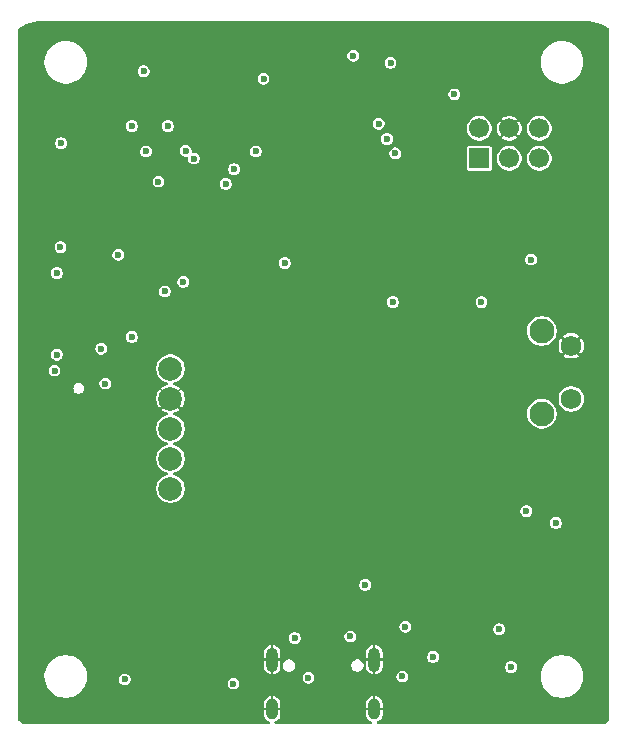
<source format=gbr>
%TF.GenerationSoftware,KiCad,Pcbnew,9.0.4*%
%TF.CreationDate,2025-09-29T13:15:33+05:30*%
%TF.ProjectId,ESP32_Project_1,45535033-325f-4507-926f-6a6563745f31,rev?*%
%TF.SameCoordinates,Original*%
%TF.FileFunction,Copper,L2,Inr*%
%TF.FilePolarity,Positive*%
%FSLAX46Y46*%
G04 Gerber Fmt 4.6, Leading zero omitted, Abs format (unit mm)*
G04 Created by KiCad (PCBNEW 9.0.4) date 2025-09-29 13:15:33*
%MOMM*%
%LPD*%
G01*
G04 APERTURE LIST*
%TA.AperFunction,ComponentPad*%
%ADD10C,2.100000*%
%TD*%
%TA.AperFunction,ComponentPad*%
%ADD11C,1.750000*%
%TD*%
%TA.AperFunction,HeatsinkPad*%
%ADD12C,0.600000*%
%TD*%
%TA.AperFunction,HeatsinkPad*%
%ADD13O,1.000000X2.100000*%
%TD*%
%TA.AperFunction,HeatsinkPad*%
%ADD14O,1.000000X1.800000*%
%TD*%
%TA.AperFunction,ComponentPad*%
%ADD15R,1.700000X1.700000*%
%TD*%
%TA.AperFunction,ComponentPad*%
%ADD16C,1.700000*%
%TD*%
%TA.AperFunction,ComponentPad*%
%ADD17C,2.000000*%
%TD*%
%TA.AperFunction,ViaPad*%
%ADD18C,0.600000*%
%TD*%
G04 APERTURE END LIST*
D10*
%TO.N,*%
%TO.C,SW3*%
X224310000Y-86750000D03*
X224310000Y-93760000D03*
D11*
%TO.N,GND*%
X226800000Y-88000000D03*
%TO.N,/USER_SW*%
X226800000Y-92500000D03*
%TD*%
D12*
%TO.N,GND*%
%TO.C,U2*%
X202100000Y-68600000D03*
X202100000Y-70000000D03*
X202800000Y-67900000D03*
X202800000Y-69300000D03*
X202800000Y-70700000D03*
X203500000Y-68600000D03*
X203500000Y-70000000D03*
X204200000Y-67900000D03*
X204200000Y-69300000D03*
X204200000Y-70700000D03*
X204900000Y-68600000D03*
X204900000Y-70000000D03*
%TD*%
D13*
%TO.N,GND*%
%TO.C,J1*%
X201480000Y-114575000D03*
D14*
X201480000Y-118755000D03*
D13*
X210120000Y-114575000D03*
D14*
X210120000Y-118755000D03*
%TD*%
D15*
%TO.N,/ESP_EN*%
%TO.C,J2*%
X219020000Y-72140000D03*
D16*
%TO.N,+3.3V*%
X219020000Y-69600000D03*
%TO.N,/ESP_TXD*%
X221560000Y-72140000D03*
%TO.N,GND*%
X221560000Y-69600000D03*
%TO.N,/ESP_RXD*%
X224100000Y-72140000D03*
%TO.N,/ESP_IO0*%
X224100000Y-69600000D03*
%TD*%
D17*
%TO.N,+3.3V*%
%TO.C,DFR_C1*%
X192870000Y-89940075D03*
%TO.N,GND*%
X192870000Y-92480075D03*
%TO.N,/C4001_RX*%
X192870000Y-95020075D03*
%TO.N,/C4001_TX*%
X192870000Y-97560075D03*
%TO.N,unconnected-(DFR_C1-OUT-Pad5)*%
X192870000Y-100100075D03*
%TD*%
D18*
%TO.N,+3.3V*%
X183600000Y-70850000D03*
X190600000Y-64750000D03*
X215100000Y-114350000D03*
X223400000Y-80700000D03*
X183550000Y-79650000D03*
X202550000Y-81000000D03*
X223000000Y-102000000D03*
X183250000Y-81850000D03*
X189000000Y-116250000D03*
X189600000Y-69400000D03*
X192650000Y-69400000D03*
%TO.N,GND*%
X229050000Y-83100000D03*
X183600000Y-69850000D03*
X202534314Y-112965686D03*
X183250000Y-85300000D03*
X205792992Y-112595552D03*
X214250000Y-109200000D03*
X194750000Y-61100000D03*
X189150000Y-61500000D03*
X185100000Y-83800000D03*
X217100000Y-109250000D03*
X209250000Y-112650000D03*
X229000000Y-100500000D03*
X228000000Y-79500000D03*
%TO.N,+5V*%
X209350000Y-108250000D03*
X198200000Y-116600000D03*
%TO.N,/ESP_EN*%
X208351000Y-63449000D03*
X225500000Y-103000000D03*
%TO.N,/USER_SW*%
X211700000Y-84300000D03*
X219200000Y-84300000D03*
%TO.N,/C4001_TX*%
X197550000Y-74300000D03*
X192400000Y-83400000D03*
%TO.N,/C4001_RX*%
X198250000Y-73050000D03*
X193950000Y-82600000D03*
%TO.N,Net-(F1-Pad1)*%
X208100000Y-112600000D03*
X203400000Y-112750000D03*
%TO.N,/CC1*%
X212750000Y-111800000D03*
X204550000Y-116100000D03*
%TO.N,/ESP_RXD*%
X216900000Y-66700000D03*
%TO.N,/SDA*%
X190800000Y-71550000D03*
X191850000Y-74100000D03*
%TO.N,/SCL*%
X200100000Y-71550000D03*
X188450000Y-80300000D03*
X194150000Y-71500000D03*
%TO.N,/MIC_SD*%
X194850000Y-72150000D03*
X187000000Y-88250000D03*
X183050000Y-90100000D03*
X183250000Y-88750000D03*
%TO.N,/MIC_SCK*%
X187350000Y-91200000D03*
X211500000Y-64050000D03*
%TO.N,/MIC_WS*%
X200750000Y-65400000D03*
X189600000Y-87250000D03*
%TO.N,/R_LED*%
X211900000Y-71700000D03*
X212500000Y-116000000D03*
%TO.N,/G_LED*%
X211200000Y-70500000D03*
X221700000Y-115200000D03*
%TO.N,/B_LED*%
X220700000Y-112000000D03*
X210500000Y-69200000D03*
%TD*%
%TA.AperFunction,Conductor*%
%TO.N,GND*%
G36*
X228002421Y-60500619D02*
G01*
X228031158Y-60502030D01*
X228338173Y-60517113D01*
X228347815Y-60518063D01*
X228677915Y-60567029D01*
X228687421Y-60568919D01*
X229011144Y-60650008D01*
X229020415Y-60652820D01*
X229334625Y-60765246D01*
X229343594Y-60768961D01*
X229645263Y-60911640D01*
X229653826Y-60916218D01*
X229940042Y-61087769D01*
X229948118Y-61093165D01*
X229959972Y-61101956D01*
X229995450Y-61151805D01*
X230000000Y-61181475D01*
X230000000Y-119718525D01*
X229981093Y-119776716D01*
X229959975Y-119798041D01*
X229948120Y-119806833D01*
X229940049Y-119812226D01*
X229653826Y-119983781D01*
X229645273Y-119988354D01*
X229642413Y-119989707D01*
X229640761Y-119990488D01*
X229598420Y-120000000D01*
X210406883Y-120000000D01*
X210348692Y-119981093D01*
X210312728Y-119931593D01*
X210312728Y-119870407D01*
X210348692Y-119820907D01*
X210368998Y-119809536D01*
X210451571Y-119775333D01*
X210566220Y-119698728D01*
X210663728Y-119601220D01*
X210740333Y-119486571D01*
X210793098Y-119359183D01*
X210819999Y-119223944D01*
X210820000Y-119223942D01*
X210820000Y-118855001D01*
X210819999Y-118855000D01*
X210420000Y-118855000D01*
X210420000Y-118655000D01*
X210819999Y-118655000D01*
X210820000Y-118654999D01*
X210820000Y-118286057D01*
X210819999Y-118286055D01*
X210793098Y-118150816D01*
X210740333Y-118023428D01*
X210663728Y-117908779D01*
X210566220Y-117811271D01*
X210451571Y-117734666D01*
X210324182Y-117681901D01*
X210220000Y-117661177D01*
X210220000Y-118071211D01*
X210159496Y-118055000D01*
X210080504Y-118055000D01*
X210020000Y-118071211D01*
X210020000Y-117661177D01*
X209915817Y-117681901D01*
X209788428Y-117734666D01*
X209673779Y-117811271D01*
X209576271Y-117908779D01*
X209499666Y-118023428D01*
X209446901Y-118150816D01*
X209420000Y-118286055D01*
X209420000Y-118654999D01*
X209420001Y-118655000D01*
X209820000Y-118655000D01*
X209820000Y-118855000D01*
X209420001Y-118855000D01*
X209420000Y-118855001D01*
X209420000Y-119223944D01*
X209446901Y-119359183D01*
X209499666Y-119486571D01*
X209576271Y-119601220D01*
X209673779Y-119698728D01*
X209788428Y-119775333D01*
X209871002Y-119809536D01*
X209917528Y-119849272D01*
X209931812Y-119908767D01*
X209908398Y-119965295D01*
X209856229Y-119997264D01*
X209833117Y-120000000D01*
X201766883Y-120000000D01*
X201708692Y-119981093D01*
X201672728Y-119931593D01*
X201672728Y-119870407D01*
X201708692Y-119820907D01*
X201728998Y-119809536D01*
X201811571Y-119775333D01*
X201926220Y-119698728D01*
X202023728Y-119601220D01*
X202100333Y-119486571D01*
X202153098Y-119359183D01*
X202179999Y-119223944D01*
X202180000Y-119223942D01*
X202180000Y-118855001D01*
X202179999Y-118855000D01*
X201780000Y-118855000D01*
X201780000Y-118655000D01*
X202179999Y-118655000D01*
X202180000Y-118654999D01*
X202180000Y-118286057D01*
X202179999Y-118286055D01*
X202153098Y-118150816D01*
X202100333Y-118023428D01*
X202023728Y-117908779D01*
X201926220Y-117811271D01*
X201811571Y-117734666D01*
X201684182Y-117681901D01*
X201580000Y-117661177D01*
X201580000Y-118071211D01*
X201519496Y-118055000D01*
X201440504Y-118055000D01*
X201380000Y-118071211D01*
X201380000Y-117661177D01*
X201275817Y-117681901D01*
X201148428Y-117734666D01*
X201033779Y-117811271D01*
X200936271Y-117908779D01*
X200859666Y-118023428D01*
X200806901Y-118150816D01*
X200780000Y-118286055D01*
X200780000Y-118654999D01*
X200780001Y-118655000D01*
X201180000Y-118655000D01*
X201180000Y-118855000D01*
X200780001Y-118855000D01*
X200780000Y-118855001D01*
X200780000Y-119223944D01*
X200806901Y-119359183D01*
X200859666Y-119486571D01*
X200936271Y-119601220D01*
X201033779Y-119698728D01*
X201148428Y-119775333D01*
X201231002Y-119809536D01*
X201277528Y-119849272D01*
X201291812Y-119908767D01*
X201268398Y-119965295D01*
X201216229Y-119997264D01*
X201193117Y-120000000D01*
X180401580Y-120000000D01*
X180359245Y-119990491D01*
X180354734Y-119988357D01*
X180346173Y-119983781D01*
X180059950Y-119812226D01*
X180051874Y-119806830D01*
X180040024Y-119798041D01*
X180004549Y-119748190D01*
X180000000Y-119718525D01*
X180000000Y-115881987D01*
X182199500Y-115881987D01*
X182199500Y-116118012D01*
X182205646Y-116164696D01*
X182224421Y-116307309D01*
X182230306Y-116352006D01*
X182230306Y-116352011D01*
X182291393Y-116579992D01*
X182381713Y-116798044D01*
X182381716Y-116798049D01*
X182440577Y-116900000D01*
X182499729Y-117002453D01*
X182643402Y-117189692D01*
X182643404Y-117189694D01*
X182643408Y-117189699D01*
X182810301Y-117356592D01*
X182810305Y-117356595D01*
X182810307Y-117356597D01*
X182981546Y-117487993D01*
X182997550Y-117500273D01*
X183201951Y-117618284D01*
X183201952Y-117618284D01*
X183201955Y-117618286D01*
X183420007Y-117708606D01*
X183647986Y-117769693D01*
X183881989Y-117800500D01*
X183881990Y-117800500D01*
X184118010Y-117800500D01*
X184118011Y-117800500D01*
X184352014Y-117769693D01*
X184579993Y-117708606D01*
X184798049Y-117618284D01*
X185002450Y-117500273D01*
X185189699Y-117356592D01*
X185356592Y-117189699D01*
X185500273Y-117002450D01*
X185618284Y-116798049D01*
X185708606Y-116579993D01*
X185769693Y-116352014D01*
X185791798Y-116184108D01*
X188499500Y-116184108D01*
X188499500Y-116315892D01*
X188522171Y-116400503D01*
X188533609Y-116443190D01*
X188599496Y-116557309D01*
X188599498Y-116557311D01*
X188599500Y-116557314D01*
X188692686Y-116650500D01*
X188692688Y-116650501D01*
X188692690Y-116650503D01*
X188806810Y-116716390D01*
X188806808Y-116716390D01*
X188806812Y-116716391D01*
X188806814Y-116716392D01*
X188934108Y-116750500D01*
X188934110Y-116750500D01*
X189065890Y-116750500D01*
X189065892Y-116750500D01*
X189193186Y-116716392D01*
X189193188Y-116716390D01*
X189193190Y-116716390D01*
X189307309Y-116650503D01*
X189307309Y-116650502D01*
X189307314Y-116650500D01*
X189400500Y-116557314D01*
X189400503Y-116557309D01*
X189413898Y-116534108D01*
X197699500Y-116534108D01*
X197699500Y-116665892D01*
X197729579Y-116778151D01*
X197733609Y-116793190D01*
X197799496Y-116907309D01*
X197799498Y-116907311D01*
X197799500Y-116907314D01*
X197892686Y-117000500D01*
X197892688Y-117000501D01*
X197892690Y-117000503D01*
X198006810Y-117066390D01*
X198006808Y-117066390D01*
X198006812Y-117066391D01*
X198006814Y-117066392D01*
X198134108Y-117100500D01*
X198134110Y-117100500D01*
X198265890Y-117100500D01*
X198265892Y-117100500D01*
X198393186Y-117066392D01*
X198393188Y-117066390D01*
X198393190Y-117066390D01*
X198507309Y-117000503D01*
X198507309Y-117000502D01*
X198507314Y-117000500D01*
X198600500Y-116907314D01*
X198642766Y-116834108D01*
X198666390Y-116793190D01*
X198666390Y-116793188D01*
X198666392Y-116793186D01*
X198700500Y-116665892D01*
X198700500Y-116534108D01*
X198666392Y-116406814D01*
X198666390Y-116406811D01*
X198666390Y-116406809D01*
X198600503Y-116292690D01*
X198600501Y-116292688D01*
X198600500Y-116292686D01*
X198507314Y-116199500D01*
X198507311Y-116199498D01*
X198507309Y-116199496D01*
X198393189Y-116133609D01*
X198393191Y-116133609D01*
X198378722Y-116129732D01*
X198265892Y-116099500D01*
X198134108Y-116099500D01*
X198065020Y-116118012D01*
X198006809Y-116133609D01*
X197892690Y-116199496D01*
X197799496Y-116292690D01*
X197733609Y-116406809D01*
X197723862Y-116443186D01*
X197699500Y-116534108D01*
X189413898Y-116534108D01*
X189446224Y-116478119D01*
X189466390Y-116443190D01*
X189466390Y-116443188D01*
X189466392Y-116443186D01*
X189500500Y-116315892D01*
X189500500Y-116184108D01*
X189466392Y-116056814D01*
X189466390Y-116056811D01*
X189466390Y-116056809D01*
X189453283Y-116034108D01*
X204049500Y-116034108D01*
X204049500Y-116165892D01*
X204079579Y-116278151D01*
X204083609Y-116293190D01*
X204149496Y-116407309D01*
X204149498Y-116407311D01*
X204149500Y-116407314D01*
X204242686Y-116500500D01*
X204242688Y-116500501D01*
X204242690Y-116500503D01*
X204356810Y-116566390D01*
X204356808Y-116566390D01*
X204356812Y-116566391D01*
X204356814Y-116566392D01*
X204484108Y-116600500D01*
X204484110Y-116600500D01*
X204615890Y-116600500D01*
X204615892Y-116600500D01*
X204743186Y-116566392D01*
X204743188Y-116566390D01*
X204743190Y-116566390D01*
X204857309Y-116500503D01*
X204857309Y-116500502D01*
X204857314Y-116500500D01*
X204950500Y-116407314D01*
X204954434Y-116400500D01*
X205016390Y-116293190D01*
X205016390Y-116293188D01*
X205016392Y-116293186D01*
X205050500Y-116165892D01*
X205050500Y-116034108D01*
X205023705Y-115934108D01*
X211999500Y-115934108D01*
X211999500Y-116065892D01*
X212026294Y-116165890D01*
X212033609Y-116193190D01*
X212099496Y-116307309D01*
X212099498Y-116307311D01*
X212099500Y-116307314D01*
X212192686Y-116400500D01*
X212192688Y-116400501D01*
X212192690Y-116400503D01*
X212306810Y-116466390D01*
X212306808Y-116466390D01*
X212306812Y-116466391D01*
X212306814Y-116466392D01*
X212434108Y-116500500D01*
X212434110Y-116500500D01*
X212565890Y-116500500D01*
X212565892Y-116500500D01*
X212693186Y-116466392D01*
X212693188Y-116466390D01*
X212693190Y-116466390D01*
X212807309Y-116400503D01*
X212807309Y-116400502D01*
X212807314Y-116400500D01*
X212900500Y-116307314D01*
X212966392Y-116193186D01*
X213000500Y-116065892D01*
X213000500Y-115934108D01*
X212986534Y-115881987D01*
X224199500Y-115881987D01*
X224199500Y-116118012D01*
X224205646Y-116164696D01*
X224224421Y-116307309D01*
X224230306Y-116352006D01*
X224230306Y-116352011D01*
X224291393Y-116579992D01*
X224381713Y-116798044D01*
X224381716Y-116798049D01*
X224440577Y-116900000D01*
X224499729Y-117002453D01*
X224643402Y-117189692D01*
X224643404Y-117189694D01*
X224643408Y-117189699D01*
X224810301Y-117356592D01*
X224810305Y-117356595D01*
X224810307Y-117356597D01*
X224981546Y-117487993D01*
X224997550Y-117500273D01*
X225201951Y-117618284D01*
X225201952Y-117618284D01*
X225201955Y-117618286D01*
X225420007Y-117708606D01*
X225647986Y-117769693D01*
X225881989Y-117800500D01*
X225881990Y-117800500D01*
X226118010Y-117800500D01*
X226118011Y-117800500D01*
X226352014Y-117769693D01*
X226579993Y-117708606D01*
X226798049Y-117618284D01*
X227002450Y-117500273D01*
X227189699Y-117356592D01*
X227356592Y-117189699D01*
X227500273Y-117002450D01*
X227618284Y-116798049D01*
X227708606Y-116579993D01*
X227769693Y-116352014D01*
X227800500Y-116118011D01*
X227800500Y-115881989D01*
X227769693Y-115647986D01*
X227708606Y-115420007D01*
X227685846Y-115365060D01*
X227618286Y-115201955D01*
X227596659Y-115164496D01*
X227500273Y-114997550D01*
X227361266Y-114816392D01*
X227356597Y-114810307D01*
X227356595Y-114810305D01*
X227356592Y-114810301D01*
X227189699Y-114643408D01*
X227189694Y-114643404D01*
X227189692Y-114643402D01*
X227002453Y-114499729D01*
X226959621Y-114475000D01*
X226798049Y-114381716D01*
X226798044Y-114381713D01*
X226579992Y-114291393D01*
X226424277Y-114249670D01*
X226352014Y-114230307D01*
X226352011Y-114230306D01*
X226352009Y-114230306D01*
X226118012Y-114199500D01*
X226118011Y-114199500D01*
X225881989Y-114199500D01*
X225881987Y-114199500D01*
X225647993Y-114230306D01*
X225647988Y-114230306D01*
X225420007Y-114291393D01*
X225201955Y-114381713D01*
X224997546Y-114499729D01*
X224810307Y-114643402D01*
X224643402Y-114810307D01*
X224499729Y-114997546D01*
X224381713Y-115201955D01*
X224291393Y-115420007D01*
X224230306Y-115647988D01*
X224230306Y-115647993D01*
X224199500Y-115881987D01*
X212986534Y-115881987D01*
X212966392Y-115806814D01*
X212966390Y-115806811D01*
X212966390Y-115806809D01*
X212900503Y-115692690D01*
X212900501Y-115692688D01*
X212900500Y-115692686D01*
X212807314Y-115599500D01*
X212807311Y-115599498D01*
X212807309Y-115599496D01*
X212693189Y-115533609D01*
X212693191Y-115533609D01*
X212643799Y-115520375D01*
X212565892Y-115499500D01*
X212434108Y-115499500D01*
X212356200Y-115520375D01*
X212306809Y-115533609D01*
X212192690Y-115599496D01*
X212099496Y-115692690D01*
X212033609Y-115806809D01*
X212022170Y-115849500D01*
X211999500Y-115934108D01*
X205023705Y-115934108D01*
X205016392Y-115906814D01*
X205016390Y-115906811D01*
X205016390Y-115906809D01*
X204950503Y-115792690D01*
X204950501Y-115792688D01*
X204950500Y-115792686D01*
X204857314Y-115699500D01*
X204857311Y-115699498D01*
X204857309Y-115699496D01*
X204743189Y-115633609D01*
X204743191Y-115633609D01*
X204693799Y-115620375D01*
X204615892Y-115599500D01*
X204484108Y-115599500D01*
X204406200Y-115620375D01*
X204356809Y-115633609D01*
X204242690Y-115699496D01*
X204149496Y-115792690D01*
X204083609Y-115906809D01*
X204076294Y-115934109D01*
X204049500Y-116034108D01*
X189453283Y-116034108D01*
X189400503Y-115942690D01*
X189400501Y-115942688D01*
X189400500Y-115942686D01*
X189307314Y-115849500D01*
X189307311Y-115849498D01*
X189307309Y-115849496D01*
X189193189Y-115783609D01*
X189193191Y-115783609D01*
X189143799Y-115770375D01*
X189065892Y-115749500D01*
X188934108Y-115749500D01*
X188856200Y-115770375D01*
X188806809Y-115783609D01*
X188692690Y-115849496D01*
X188599496Y-115942690D01*
X188533609Y-116056809D01*
X188522170Y-116099500D01*
X188499500Y-116184108D01*
X185791798Y-116184108D01*
X185794354Y-116164697D01*
X185794354Y-116164696D01*
X185798446Y-116133609D01*
X185800500Y-116118011D01*
X185800500Y-115881989D01*
X185769693Y-115647986D01*
X185708606Y-115420007D01*
X185685846Y-115365060D01*
X185618286Y-115201955D01*
X185596659Y-115164496D01*
X185500273Y-114997550D01*
X185361266Y-114816392D01*
X185356597Y-114810307D01*
X185356595Y-114810305D01*
X185356592Y-114810301D01*
X185189699Y-114643408D01*
X185189694Y-114643404D01*
X185189692Y-114643402D01*
X185002453Y-114499729D01*
X184959621Y-114475000D01*
X184798049Y-114381716D01*
X184798044Y-114381713D01*
X184579992Y-114291393D01*
X184424277Y-114249670D01*
X184352014Y-114230307D01*
X184352011Y-114230306D01*
X184352009Y-114230306D01*
X184118012Y-114199500D01*
X184118011Y-114199500D01*
X183881989Y-114199500D01*
X183881987Y-114199500D01*
X183647993Y-114230306D01*
X183647988Y-114230306D01*
X183420007Y-114291393D01*
X183201955Y-114381713D01*
X182997546Y-114499729D01*
X182810307Y-114643402D01*
X182643402Y-114810307D01*
X182499729Y-114997546D01*
X182381713Y-115201955D01*
X182291393Y-115420007D01*
X182230306Y-115647988D01*
X182230306Y-115647993D01*
X182199500Y-115881987D01*
X180000000Y-115881987D01*
X180000000Y-113956055D01*
X200780000Y-113956055D01*
X200780000Y-114474999D01*
X200780001Y-114475000D01*
X201180000Y-114475000D01*
X201180000Y-114675000D01*
X200780001Y-114675000D01*
X200780000Y-114675001D01*
X200780000Y-115193944D01*
X200806901Y-115329183D01*
X200859666Y-115456571D01*
X200936271Y-115571220D01*
X201033779Y-115668728D01*
X201148428Y-115745333D01*
X201275817Y-115798098D01*
X201380000Y-115818822D01*
X201380000Y-115408788D01*
X201440504Y-115425000D01*
X201519496Y-115425000D01*
X201580000Y-115408788D01*
X201580000Y-115818821D01*
X201684181Y-115798098D01*
X201684183Y-115798098D01*
X201811571Y-115745333D01*
X201926220Y-115668728D01*
X202023728Y-115571220D01*
X202100333Y-115456571D01*
X202153098Y-115329183D01*
X202179999Y-115193944D01*
X202180000Y-115193942D01*
X202180000Y-115005817D01*
X202384500Y-115005817D01*
X202384500Y-115144183D01*
X202420312Y-115277836D01*
X202489495Y-115397665D01*
X202587335Y-115495505D01*
X202707164Y-115564688D01*
X202840817Y-115600500D01*
X202840819Y-115600500D01*
X202979181Y-115600500D01*
X202979183Y-115600500D01*
X203112836Y-115564688D01*
X203232665Y-115495505D01*
X203330505Y-115397665D01*
X203399688Y-115277836D01*
X203435500Y-115144183D01*
X203435500Y-115005817D01*
X208164500Y-115005817D01*
X208164500Y-115144183D01*
X208200312Y-115277836D01*
X208269495Y-115397665D01*
X208367335Y-115495505D01*
X208487164Y-115564688D01*
X208620817Y-115600500D01*
X208620819Y-115600500D01*
X208759181Y-115600500D01*
X208759183Y-115600500D01*
X208892836Y-115564688D01*
X209012665Y-115495505D01*
X209110505Y-115397665D01*
X209179688Y-115277836D01*
X209215500Y-115144183D01*
X209215500Y-115005817D01*
X209179688Y-114872164D01*
X209110505Y-114752335D01*
X209012665Y-114654495D01*
X208892836Y-114585312D01*
X208759183Y-114549500D01*
X208620817Y-114549500D01*
X208487164Y-114585312D01*
X208367335Y-114654495D01*
X208269495Y-114752335D01*
X208200312Y-114872164D01*
X208164500Y-115005817D01*
X203435500Y-115005817D01*
X203399688Y-114872164D01*
X203330505Y-114752335D01*
X203232665Y-114654495D01*
X203112836Y-114585312D01*
X202979183Y-114549500D01*
X202840817Y-114549500D01*
X202707164Y-114585312D01*
X202587335Y-114654495D01*
X202489495Y-114752335D01*
X202420312Y-114872164D01*
X202384500Y-115005817D01*
X202180000Y-115005817D01*
X202180000Y-114675001D01*
X202179999Y-114675000D01*
X201780000Y-114675000D01*
X201780000Y-114475000D01*
X202179999Y-114475000D01*
X202180000Y-114474999D01*
X202180000Y-113956057D01*
X202179999Y-113956055D01*
X209420000Y-113956055D01*
X209420000Y-114474999D01*
X209420001Y-114475000D01*
X209820000Y-114475000D01*
X209820000Y-114675000D01*
X209420001Y-114675000D01*
X209420000Y-114675001D01*
X209420000Y-115193944D01*
X209446901Y-115329183D01*
X209499666Y-115456571D01*
X209576271Y-115571220D01*
X209673779Y-115668728D01*
X209788428Y-115745333D01*
X209915817Y-115798098D01*
X210020000Y-115818822D01*
X210020000Y-115408788D01*
X210080504Y-115425000D01*
X210159496Y-115425000D01*
X210220000Y-115408788D01*
X210220000Y-115818821D01*
X210324181Y-115798098D01*
X210324183Y-115798098D01*
X210451571Y-115745333D01*
X210566220Y-115668728D01*
X210663728Y-115571220D01*
X210740333Y-115456571D01*
X210793098Y-115329183D01*
X210819999Y-115193944D01*
X210820000Y-115193942D01*
X210820000Y-115134108D01*
X221199500Y-115134108D01*
X221199500Y-115265892D01*
X221211106Y-115309205D01*
X221233609Y-115393190D01*
X221299496Y-115507309D01*
X221299498Y-115507311D01*
X221299500Y-115507314D01*
X221392686Y-115600500D01*
X221392688Y-115600501D01*
X221392690Y-115600503D01*
X221506810Y-115666390D01*
X221506808Y-115666390D01*
X221506812Y-115666391D01*
X221506814Y-115666392D01*
X221634108Y-115700500D01*
X221634110Y-115700500D01*
X221765890Y-115700500D01*
X221765892Y-115700500D01*
X221893186Y-115666392D01*
X221893188Y-115666390D01*
X221893190Y-115666390D01*
X222007309Y-115600503D01*
X222007309Y-115600502D01*
X222007314Y-115600500D01*
X222100500Y-115507314D01*
X222100503Y-115507309D01*
X222166390Y-115393190D01*
X222166390Y-115393188D01*
X222166392Y-115393186D01*
X222200500Y-115265892D01*
X222200500Y-115134108D01*
X222166392Y-115006814D01*
X222166390Y-115006811D01*
X222166390Y-115006809D01*
X222100503Y-114892690D01*
X222100501Y-114892688D01*
X222100500Y-114892686D01*
X222007314Y-114799500D01*
X222007311Y-114799498D01*
X222007309Y-114799496D01*
X221893189Y-114733609D01*
X221893191Y-114733609D01*
X221843799Y-114720375D01*
X221765892Y-114699500D01*
X221634108Y-114699500D01*
X221556200Y-114720375D01*
X221506809Y-114733609D01*
X221392690Y-114799496D01*
X221299496Y-114892690D01*
X221233609Y-115006809D01*
X221233608Y-115006814D01*
X221199500Y-115134108D01*
X210820000Y-115134108D01*
X210820000Y-114675001D01*
X210819999Y-114675000D01*
X210420000Y-114675000D01*
X210420000Y-114475000D01*
X210819999Y-114475000D01*
X210820000Y-114474999D01*
X210820000Y-114284108D01*
X214599500Y-114284108D01*
X214599500Y-114415892D01*
X214615338Y-114474999D01*
X214633609Y-114543190D01*
X214699496Y-114657309D01*
X214699498Y-114657311D01*
X214699500Y-114657314D01*
X214792686Y-114750500D01*
X214792688Y-114750501D01*
X214792690Y-114750503D01*
X214906810Y-114816390D01*
X214906808Y-114816390D01*
X214906812Y-114816391D01*
X214906814Y-114816392D01*
X215034108Y-114850500D01*
X215034110Y-114850500D01*
X215165890Y-114850500D01*
X215165892Y-114850500D01*
X215293186Y-114816392D01*
X215293188Y-114816390D01*
X215293190Y-114816390D01*
X215407309Y-114750503D01*
X215407309Y-114750502D01*
X215407314Y-114750500D01*
X215500500Y-114657314D01*
X215508532Y-114643402D01*
X215566390Y-114543190D01*
X215566390Y-114543188D01*
X215566392Y-114543186D01*
X215600500Y-114415892D01*
X215600500Y-114284108D01*
X215566392Y-114156814D01*
X215566390Y-114156811D01*
X215566390Y-114156809D01*
X215500503Y-114042690D01*
X215500501Y-114042688D01*
X215500500Y-114042686D01*
X215407314Y-113949500D01*
X215407311Y-113949498D01*
X215407309Y-113949496D01*
X215293189Y-113883609D01*
X215293191Y-113883609D01*
X215243799Y-113870375D01*
X215165892Y-113849500D01*
X215034108Y-113849500D01*
X214956200Y-113870375D01*
X214906809Y-113883609D01*
X214792690Y-113949496D01*
X214699496Y-114042690D01*
X214633609Y-114156809D01*
X214633608Y-114156814D01*
X214599500Y-114284108D01*
X210820000Y-114284108D01*
X210820000Y-113956057D01*
X210819999Y-113956055D01*
X210793098Y-113820816D01*
X210740333Y-113693428D01*
X210663728Y-113578779D01*
X210566220Y-113481271D01*
X210451571Y-113404666D01*
X210324182Y-113351901D01*
X210220000Y-113331177D01*
X210220000Y-113741211D01*
X210159496Y-113725000D01*
X210080504Y-113725000D01*
X210020000Y-113741211D01*
X210020000Y-113331177D01*
X209915817Y-113351901D01*
X209788428Y-113404666D01*
X209673779Y-113481271D01*
X209576271Y-113578779D01*
X209499666Y-113693428D01*
X209446901Y-113820816D01*
X209420000Y-113956055D01*
X202179999Y-113956055D01*
X202153098Y-113820816D01*
X202100333Y-113693428D01*
X202023728Y-113578779D01*
X201926220Y-113481271D01*
X201811571Y-113404666D01*
X201684182Y-113351901D01*
X201580000Y-113331177D01*
X201580000Y-113741211D01*
X201519496Y-113725000D01*
X201440504Y-113725000D01*
X201380000Y-113741211D01*
X201380000Y-113331177D01*
X201275817Y-113351901D01*
X201148428Y-113404666D01*
X201033779Y-113481271D01*
X200936271Y-113578779D01*
X200859666Y-113693428D01*
X200806901Y-113820816D01*
X200780000Y-113956055D01*
X180000000Y-113956055D01*
X180000000Y-112684108D01*
X202899500Y-112684108D01*
X202899500Y-112815892D01*
X202923995Y-112907309D01*
X202933609Y-112943190D01*
X202999496Y-113057309D01*
X202999498Y-113057311D01*
X202999500Y-113057314D01*
X203092686Y-113150500D01*
X203092688Y-113150501D01*
X203092690Y-113150503D01*
X203206810Y-113216390D01*
X203206808Y-113216390D01*
X203206812Y-113216391D01*
X203206814Y-113216392D01*
X203334108Y-113250500D01*
X203334110Y-113250500D01*
X203465890Y-113250500D01*
X203465892Y-113250500D01*
X203593186Y-113216392D01*
X203593188Y-113216390D01*
X203593190Y-113216390D01*
X203707309Y-113150503D01*
X203707309Y-113150502D01*
X203707314Y-113150500D01*
X203800500Y-113057314D01*
X203866392Y-112943186D01*
X203900500Y-112815892D01*
X203900500Y-112684108D01*
X203866392Y-112556814D01*
X203866389Y-112556808D01*
X203853283Y-112534108D01*
X207599500Y-112534108D01*
X207599500Y-112665892D01*
X207629579Y-112778151D01*
X207633609Y-112793190D01*
X207699496Y-112907309D01*
X207699498Y-112907311D01*
X207699500Y-112907314D01*
X207792686Y-113000500D01*
X207792688Y-113000501D01*
X207792690Y-113000503D01*
X207906810Y-113066390D01*
X207906808Y-113066390D01*
X207906812Y-113066391D01*
X207906814Y-113066392D01*
X208034108Y-113100500D01*
X208034110Y-113100500D01*
X208165890Y-113100500D01*
X208165892Y-113100500D01*
X208293186Y-113066392D01*
X208293188Y-113066390D01*
X208293190Y-113066390D01*
X208407309Y-113000503D01*
X208407309Y-113000502D01*
X208407314Y-113000500D01*
X208500500Y-112907314D01*
X208566392Y-112793186D01*
X208600500Y-112665892D01*
X208600500Y-112534108D01*
X208566392Y-112406814D01*
X208566390Y-112406811D01*
X208566390Y-112406809D01*
X208500503Y-112292690D01*
X208500501Y-112292688D01*
X208500500Y-112292686D01*
X208407314Y-112199500D01*
X208407311Y-112199498D01*
X208407309Y-112199496D01*
X208293189Y-112133609D01*
X208293191Y-112133609D01*
X208243799Y-112120375D01*
X208165892Y-112099500D01*
X208034108Y-112099500D01*
X207956200Y-112120375D01*
X207906809Y-112133609D01*
X207792690Y-112199496D01*
X207699496Y-112292690D01*
X207633609Y-112406809D01*
X207633608Y-112406814D01*
X207599500Y-112534108D01*
X203853283Y-112534108D01*
X203800503Y-112442690D01*
X203800501Y-112442688D01*
X203800500Y-112442686D01*
X203707314Y-112349500D01*
X203707311Y-112349498D01*
X203707309Y-112349496D01*
X203593189Y-112283609D01*
X203593191Y-112283609D01*
X203528927Y-112266390D01*
X203465892Y-112249500D01*
X203334108Y-112249500D01*
X203271073Y-112266390D01*
X203206809Y-112283609D01*
X203092690Y-112349496D01*
X202999496Y-112442690D01*
X202933609Y-112556809D01*
X202933608Y-112556814D01*
X202899500Y-112684108D01*
X180000000Y-112684108D01*
X180000000Y-111734108D01*
X212249500Y-111734108D01*
X212249500Y-111865892D01*
X212259174Y-111901995D01*
X212283609Y-111993190D01*
X212349496Y-112107309D01*
X212349498Y-112107311D01*
X212349500Y-112107314D01*
X212442686Y-112200500D01*
X212442688Y-112200501D01*
X212442690Y-112200503D01*
X212556810Y-112266390D01*
X212556808Y-112266390D01*
X212556812Y-112266391D01*
X212556814Y-112266392D01*
X212684108Y-112300500D01*
X212684110Y-112300500D01*
X212815890Y-112300500D01*
X212815892Y-112300500D01*
X212943186Y-112266392D01*
X212943188Y-112266390D01*
X212943190Y-112266390D01*
X213057309Y-112200503D01*
X213057309Y-112200502D01*
X213057314Y-112200500D01*
X213150500Y-112107314D01*
X213150503Y-112107309D01*
X213216390Y-111993190D01*
X213216390Y-111993188D01*
X213216392Y-111993186D01*
X213232222Y-111934108D01*
X220199500Y-111934108D01*
X220199500Y-112065892D01*
X220210598Y-112107309D01*
X220233609Y-112193190D01*
X220299496Y-112307309D01*
X220299498Y-112307311D01*
X220299500Y-112307314D01*
X220392686Y-112400500D01*
X220392688Y-112400501D01*
X220392690Y-112400503D01*
X220506810Y-112466390D01*
X220506808Y-112466390D01*
X220506812Y-112466391D01*
X220506814Y-112466392D01*
X220634108Y-112500500D01*
X220634110Y-112500500D01*
X220765890Y-112500500D01*
X220765892Y-112500500D01*
X220893186Y-112466392D01*
X220893188Y-112466390D01*
X220893190Y-112466390D01*
X221007309Y-112400503D01*
X221007309Y-112400502D01*
X221007314Y-112400500D01*
X221100500Y-112307314D01*
X221114187Y-112283608D01*
X221166390Y-112193190D01*
X221166390Y-112193188D01*
X221166392Y-112193186D01*
X221200500Y-112065892D01*
X221200500Y-111934108D01*
X221166392Y-111806814D01*
X221166390Y-111806811D01*
X221166390Y-111806809D01*
X221100503Y-111692690D01*
X221100501Y-111692688D01*
X221100500Y-111692686D01*
X221007314Y-111599500D01*
X221007311Y-111599498D01*
X221007309Y-111599496D01*
X220893189Y-111533609D01*
X220893191Y-111533609D01*
X220843799Y-111520375D01*
X220765892Y-111499500D01*
X220634108Y-111499500D01*
X220556200Y-111520375D01*
X220506809Y-111533609D01*
X220392690Y-111599496D01*
X220299496Y-111692690D01*
X220233609Y-111806809D01*
X220217778Y-111865892D01*
X220199500Y-111934108D01*
X213232222Y-111934108D01*
X213250500Y-111865892D01*
X213250500Y-111734108D01*
X213216392Y-111606814D01*
X213216390Y-111606811D01*
X213216390Y-111606809D01*
X213150503Y-111492690D01*
X213150501Y-111492688D01*
X213150500Y-111492686D01*
X213057314Y-111399500D01*
X213057311Y-111399498D01*
X213057309Y-111399496D01*
X212943189Y-111333609D01*
X212943191Y-111333609D01*
X212893799Y-111320375D01*
X212815892Y-111299500D01*
X212684108Y-111299500D01*
X212606200Y-111320375D01*
X212556809Y-111333609D01*
X212442690Y-111399496D01*
X212349496Y-111492690D01*
X212283609Y-111606809D01*
X212283608Y-111606814D01*
X212249500Y-111734108D01*
X180000000Y-111734108D01*
X180000000Y-108184108D01*
X208849500Y-108184108D01*
X208849500Y-108315892D01*
X208879579Y-108428151D01*
X208883609Y-108443190D01*
X208949496Y-108557309D01*
X208949498Y-108557311D01*
X208949500Y-108557314D01*
X209042686Y-108650500D01*
X209042688Y-108650501D01*
X209042690Y-108650503D01*
X209156810Y-108716390D01*
X209156808Y-108716390D01*
X209156812Y-108716391D01*
X209156814Y-108716392D01*
X209284108Y-108750500D01*
X209284110Y-108750500D01*
X209415890Y-108750500D01*
X209415892Y-108750500D01*
X209543186Y-108716392D01*
X209543188Y-108716390D01*
X209543190Y-108716390D01*
X209657309Y-108650503D01*
X209657309Y-108650502D01*
X209657314Y-108650500D01*
X209750500Y-108557314D01*
X209816392Y-108443186D01*
X209850500Y-108315892D01*
X209850500Y-108184108D01*
X209816392Y-108056814D01*
X209816390Y-108056811D01*
X209816390Y-108056809D01*
X209750503Y-107942690D01*
X209750501Y-107942688D01*
X209750500Y-107942686D01*
X209657314Y-107849500D01*
X209657311Y-107849498D01*
X209657309Y-107849496D01*
X209543189Y-107783609D01*
X209543191Y-107783609D01*
X209493799Y-107770375D01*
X209415892Y-107749500D01*
X209284108Y-107749500D01*
X209206200Y-107770375D01*
X209156809Y-107783609D01*
X209042690Y-107849496D01*
X208949496Y-107942690D01*
X208883609Y-108056809D01*
X208883608Y-108056814D01*
X208849500Y-108184108D01*
X180000000Y-108184108D01*
X180000000Y-102934108D01*
X224999500Y-102934108D01*
X224999500Y-103065892D01*
X225029579Y-103178151D01*
X225033609Y-103193190D01*
X225099496Y-103307309D01*
X225099498Y-103307311D01*
X225099500Y-103307314D01*
X225192686Y-103400500D01*
X225192688Y-103400501D01*
X225192690Y-103400503D01*
X225306810Y-103466390D01*
X225306808Y-103466390D01*
X225306812Y-103466391D01*
X225306814Y-103466392D01*
X225434108Y-103500500D01*
X225434110Y-103500500D01*
X225565890Y-103500500D01*
X225565892Y-103500500D01*
X225693186Y-103466392D01*
X225693188Y-103466390D01*
X225693190Y-103466390D01*
X225807309Y-103400503D01*
X225807309Y-103400502D01*
X225807314Y-103400500D01*
X225900500Y-103307314D01*
X225966392Y-103193186D01*
X226000500Y-103065892D01*
X226000500Y-102934108D01*
X225966392Y-102806814D01*
X225966390Y-102806811D01*
X225966390Y-102806809D01*
X225900503Y-102692690D01*
X225900501Y-102692688D01*
X225900500Y-102692686D01*
X225807314Y-102599500D01*
X225807311Y-102599498D01*
X225807309Y-102599496D01*
X225693189Y-102533609D01*
X225693191Y-102533609D01*
X225643799Y-102520375D01*
X225565892Y-102499500D01*
X225434108Y-102499500D01*
X225356200Y-102520375D01*
X225306809Y-102533609D01*
X225192690Y-102599496D01*
X225099496Y-102692690D01*
X225033609Y-102806809D01*
X225033608Y-102806814D01*
X224999500Y-102934108D01*
X180000000Y-102934108D01*
X180000000Y-101934108D01*
X222499500Y-101934108D01*
X222499500Y-102065892D01*
X222529579Y-102178151D01*
X222533609Y-102193190D01*
X222599496Y-102307309D01*
X222599498Y-102307311D01*
X222599500Y-102307314D01*
X222692686Y-102400500D01*
X222692688Y-102400501D01*
X222692690Y-102400503D01*
X222806810Y-102466390D01*
X222806808Y-102466390D01*
X222806812Y-102466391D01*
X222806814Y-102466392D01*
X222934108Y-102500500D01*
X222934110Y-102500500D01*
X223065890Y-102500500D01*
X223065892Y-102500500D01*
X223193186Y-102466392D01*
X223193188Y-102466390D01*
X223193190Y-102466390D01*
X223307309Y-102400503D01*
X223307309Y-102400502D01*
X223307314Y-102400500D01*
X223400500Y-102307314D01*
X223466392Y-102193186D01*
X223500500Y-102065892D01*
X223500500Y-101934108D01*
X223466392Y-101806814D01*
X223466390Y-101806811D01*
X223466390Y-101806809D01*
X223400503Y-101692690D01*
X223400501Y-101692688D01*
X223400500Y-101692686D01*
X223307314Y-101599500D01*
X223307311Y-101599498D01*
X223307309Y-101599496D01*
X223193189Y-101533609D01*
X223193191Y-101533609D01*
X223143799Y-101520375D01*
X223065892Y-101499500D01*
X222934108Y-101499500D01*
X222856200Y-101520375D01*
X222806809Y-101533609D01*
X222692690Y-101599496D01*
X222599496Y-101692690D01*
X222533609Y-101806809D01*
X222533608Y-101806814D01*
X222499500Y-101934108D01*
X180000000Y-101934108D01*
X180000000Y-91542691D01*
X184649500Y-91542691D01*
X184649500Y-91661309D01*
X184660639Y-91702879D01*
X184680202Y-91775890D01*
X184739507Y-91878608D01*
X184739509Y-91878610D01*
X184739511Y-91878613D01*
X184823387Y-91962489D01*
X184823389Y-91962490D01*
X184823391Y-91962492D01*
X184926110Y-92021797D01*
X184926111Y-92021797D01*
X184926114Y-92021799D01*
X185040691Y-92052500D01*
X185040693Y-92052500D01*
X185159307Y-92052500D01*
X185159309Y-92052500D01*
X185273886Y-92021799D01*
X185273888Y-92021797D01*
X185273890Y-92021797D01*
X185376608Y-91962492D01*
X185376608Y-91962491D01*
X185376613Y-91962489D01*
X185460489Y-91878613D01*
X185519799Y-91775886D01*
X185550500Y-91661309D01*
X185550500Y-91542691D01*
X185519799Y-91428114D01*
X185519797Y-91428111D01*
X185519797Y-91428109D01*
X185460492Y-91325391D01*
X185460490Y-91325389D01*
X185460489Y-91325387D01*
X185376613Y-91241511D01*
X185376610Y-91241509D01*
X185376608Y-91241507D01*
X185327847Y-91213355D01*
X185327846Y-91213355D01*
X185273888Y-91182202D01*
X185273887Y-91182201D01*
X185273886Y-91182201D01*
X185159309Y-91151500D01*
X185040691Y-91151500D01*
X184970567Y-91170289D01*
X184926109Y-91182202D01*
X184823391Y-91241507D01*
X184739507Y-91325391D01*
X184680202Y-91428109D01*
X184673334Y-91453742D01*
X184649500Y-91542691D01*
X180000000Y-91542691D01*
X180000000Y-91134108D01*
X186849500Y-91134108D01*
X186849500Y-91265892D01*
X186865443Y-91325391D01*
X186883609Y-91393190D01*
X186949496Y-91507309D01*
X186949498Y-91507311D01*
X186949500Y-91507314D01*
X187042686Y-91600500D01*
X187042688Y-91600501D01*
X187042690Y-91600503D01*
X187156810Y-91666390D01*
X187156808Y-91666390D01*
X187156812Y-91666391D01*
X187156814Y-91666392D01*
X187284108Y-91700500D01*
X187284110Y-91700500D01*
X187415890Y-91700500D01*
X187415892Y-91700500D01*
X187543186Y-91666392D01*
X187543188Y-91666390D01*
X187543190Y-91666390D01*
X187657309Y-91600503D01*
X187657309Y-91600502D01*
X187657314Y-91600500D01*
X187750500Y-91507314D01*
X187781430Y-91453742D01*
X187816390Y-91393190D01*
X187816390Y-91393188D01*
X187816392Y-91393186D01*
X187850500Y-91265892D01*
X187850500Y-91134108D01*
X187816392Y-91006814D01*
X187816390Y-91006811D01*
X187816390Y-91006809D01*
X187750503Y-90892690D01*
X187750501Y-90892688D01*
X187750500Y-90892686D01*
X187657314Y-90799500D01*
X187657311Y-90799498D01*
X187657309Y-90799496D01*
X187543189Y-90733609D01*
X187543191Y-90733609D01*
X187493799Y-90720375D01*
X187415892Y-90699500D01*
X187284108Y-90699500D01*
X187206200Y-90720375D01*
X187156809Y-90733609D01*
X187042690Y-90799496D01*
X186949496Y-90892690D01*
X186883609Y-91006809D01*
X186883608Y-91006814D01*
X186849500Y-91134108D01*
X180000000Y-91134108D01*
X180000000Y-90034108D01*
X182549500Y-90034108D01*
X182549500Y-90165892D01*
X182564318Y-90221193D01*
X182583609Y-90293190D01*
X182649496Y-90407309D01*
X182649498Y-90407311D01*
X182649500Y-90407314D01*
X182742686Y-90500500D01*
X182742688Y-90500501D01*
X182742690Y-90500503D01*
X182856810Y-90566390D01*
X182856808Y-90566390D01*
X182856812Y-90566391D01*
X182856814Y-90566392D01*
X182984108Y-90600500D01*
X182984110Y-90600500D01*
X183115890Y-90600500D01*
X183115892Y-90600500D01*
X183243186Y-90566392D01*
X183243188Y-90566390D01*
X183243190Y-90566390D01*
X183357309Y-90500503D01*
X183357309Y-90500502D01*
X183357314Y-90500500D01*
X183450500Y-90407314D01*
X183516392Y-90293186D01*
X183550500Y-90165892D01*
X183550500Y-90034108D01*
X183516392Y-89906814D01*
X183481044Y-89845590D01*
X191669500Y-89845590D01*
X191669500Y-90034559D01*
X191699058Y-90221188D01*
X191757453Y-90400907D01*
X191841771Y-90566392D01*
X191843240Y-90569274D01*
X191954310Y-90722148D01*
X192087927Y-90855765D01*
X192240801Y-90966835D01*
X192409168Y-91052622D01*
X192588882Y-91111015D01*
X192588885Y-91111015D01*
X192588887Y-91111016D01*
X192598551Y-91112547D01*
X192653068Y-91140323D01*
X192680847Y-91194839D01*
X192671276Y-91255271D01*
X192628013Y-91298537D01*
X192598555Y-91308109D01*
X192589001Y-91309622D01*
X192409364Y-91367989D01*
X192241063Y-91453742D01*
X192241059Y-91453744D01*
X192092804Y-91561457D01*
X192666837Y-92135490D01*
X192624394Y-92159995D01*
X192549920Y-92234469D01*
X192525415Y-92276912D01*
X191951382Y-91702879D01*
X191843669Y-91851134D01*
X191843667Y-91851138D01*
X191757914Y-92019439D01*
X191699546Y-92199078D01*
X191670000Y-92385629D01*
X191670000Y-92574520D01*
X191699546Y-92761071D01*
X191757914Y-92940710D01*
X191843667Y-93109011D01*
X191843669Y-93109015D01*
X191951382Y-93257269D01*
X192525414Y-92683236D01*
X192549920Y-92725681D01*
X192624394Y-92800155D01*
X192666836Y-92824659D01*
X192092804Y-93398691D01*
X192241059Y-93506405D01*
X192241063Y-93506407D01*
X192409364Y-93592160D01*
X192589000Y-93650527D01*
X192598548Y-93652039D01*
X192653066Y-93679814D01*
X192680846Y-93734329D01*
X192671278Y-93794761D01*
X192628016Y-93838028D01*
X192598558Y-93847601D01*
X192588888Y-93849132D01*
X192409167Y-93907528D01*
X192240803Y-93993313D01*
X192087928Y-94104384D01*
X191954309Y-94238003D01*
X191843238Y-94390878D01*
X191757453Y-94559242D01*
X191699058Y-94738961D01*
X191669500Y-94925590D01*
X191669500Y-95114559D01*
X191699058Y-95301188D01*
X191699060Y-95301193D01*
X191757453Y-95480907D01*
X191843240Y-95649274D01*
X191954310Y-95802148D01*
X192087927Y-95935765D01*
X192240801Y-96046835D01*
X192409168Y-96132622D01*
X192588882Y-96191015D01*
X192588883Y-96191015D01*
X192588886Y-96191016D01*
X192596954Y-96192294D01*
X192651471Y-96220071D01*
X192679248Y-96274588D01*
X192669677Y-96335020D01*
X192626412Y-96378285D01*
X192596954Y-96387856D01*
X192588886Y-96389133D01*
X192409167Y-96447528D01*
X192240803Y-96533313D01*
X192087928Y-96644384D01*
X191954309Y-96778003D01*
X191843238Y-96930878D01*
X191757453Y-97099242D01*
X191699058Y-97278961D01*
X191669500Y-97465590D01*
X191669500Y-97654559D01*
X191699058Y-97841188D01*
X191699060Y-97841193D01*
X191757453Y-98020907D01*
X191843240Y-98189274D01*
X191954310Y-98342148D01*
X192087927Y-98475765D01*
X192240801Y-98586835D01*
X192409168Y-98672622D01*
X192588882Y-98731015D01*
X192588883Y-98731015D01*
X192588886Y-98731016D01*
X192596954Y-98732294D01*
X192651471Y-98760071D01*
X192679248Y-98814588D01*
X192669677Y-98875020D01*
X192626412Y-98918285D01*
X192596954Y-98927856D01*
X192588886Y-98929133D01*
X192409167Y-98987528D01*
X192240803Y-99073313D01*
X192087928Y-99184384D01*
X191954309Y-99318003D01*
X191843238Y-99470878D01*
X191757453Y-99639242D01*
X191699058Y-99818961D01*
X191669500Y-100005590D01*
X191669500Y-100194559D01*
X191699058Y-100381188D01*
X191699060Y-100381193D01*
X191757453Y-100560907D01*
X191843240Y-100729274D01*
X191954310Y-100882148D01*
X192087927Y-101015765D01*
X192240801Y-101126835D01*
X192409168Y-101212622D01*
X192588882Y-101271015D01*
X192588883Y-101271015D01*
X192588886Y-101271016D01*
X192775516Y-101300575D01*
X192775519Y-101300575D01*
X192964484Y-101300575D01*
X193151113Y-101271016D01*
X193151114Y-101271015D01*
X193151118Y-101271015D01*
X193330832Y-101212622D01*
X193499199Y-101126835D01*
X193652073Y-101015765D01*
X193785690Y-100882148D01*
X193896760Y-100729274D01*
X193982547Y-100560907D01*
X194040940Y-100381193D01*
X194070500Y-100194556D01*
X194070500Y-100005594D01*
X194070500Y-100005590D01*
X194040941Y-99818961D01*
X194040940Y-99818957D01*
X193982547Y-99639243D01*
X193896760Y-99470876D01*
X193785690Y-99318002D01*
X193652073Y-99184385D01*
X193499199Y-99073315D01*
X193499198Y-99073314D01*
X193499196Y-99073313D01*
X193330832Y-98987528D01*
X193151113Y-98929133D01*
X193143046Y-98927856D01*
X193088529Y-98900079D01*
X193060751Y-98845563D01*
X193070322Y-98785131D01*
X193113586Y-98741866D01*
X193143046Y-98732294D01*
X193151113Y-98731016D01*
X193151114Y-98731015D01*
X193151118Y-98731015D01*
X193330832Y-98672622D01*
X193499199Y-98586835D01*
X193652073Y-98475765D01*
X193785690Y-98342148D01*
X193896760Y-98189274D01*
X193982547Y-98020907D01*
X194040940Y-97841193D01*
X194070500Y-97654556D01*
X194070500Y-97465594D01*
X194070500Y-97465590D01*
X194040941Y-97278961D01*
X194040940Y-97278957D01*
X193982547Y-97099243D01*
X193896760Y-96930876D01*
X193785690Y-96778002D01*
X193652073Y-96644385D01*
X193499199Y-96533315D01*
X193499198Y-96533314D01*
X193499196Y-96533313D01*
X193330832Y-96447528D01*
X193151113Y-96389133D01*
X193143046Y-96387856D01*
X193088529Y-96360079D01*
X193060751Y-96305563D01*
X193070322Y-96245131D01*
X193113586Y-96201866D01*
X193143046Y-96192294D01*
X193151113Y-96191016D01*
X193151114Y-96191015D01*
X193151118Y-96191015D01*
X193330832Y-96132622D01*
X193499199Y-96046835D01*
X193652073Y-95935765D01*
X193785690Y-95802148D01*
X193896760Y-95649274D01*
X193982547Y-95480907D01*
X194040940Y-95301193D01*
X194070500Y-95114556D01*
X194070500Y-94925594D01*
X194070500Y-94925590D01*
X194040941Y-94738961D01*
X194032775Y-94713828D01*
X193982547Y-94559243D01*
X193896760Y-94390876D01*
X193785690Y-94238002D01*
X193652073Y-94104385D01*
X193499199Y-93993315D01*
X193499198Y-93993314D01*
X193499196Y-93993313D01*
X193330832Y-93907528D01*
X193151110Y-93849132D01*
X193141442Y-93847601D01*
X193086926Y-93819822D01*
X193059151Y-93765304D01*
X193068725Y-93704872D01*
X193111992Y-93661609D01*
X193112084Y-93661579D01*
X223059500Y-93661579D01*
X223059500Y-93858420D01*
X223090289Y-94052821D01*
X223150459Y-94238002D01*
X223151116Y-94240025D01*
X223240476Y-94415405D01*
X223356172Y-94574646D01*
X223495354Y-94713828D01*
X223654595Y-94829524D01*
X223829975Y-94918884D01*
X224017174Y-94979709D01*
X224017175Y-94979709D01*
X224017178Y-94979710D01*
X224211580Y-95010500D01*
X224211583Y-95010500D01*
X224408420Y-95010500D01*
X224602821Y-94979710D01*
X224602822Y-94979709D01*
X224602826Y-94979709D01*
X224790025Y-94918884D01*
X224965405Y-94829524D01*
X225124646Y-94713828D01*
X225263828Y-94574646D01*
X225379524Y-94415405D01*
X225468884Y-94240025D01*
X225529709Y-94052826D01*
X225560500Y-93858417D01*
X225560500Y-93661583D01*
X225560500Y-93661579D01*
X225529710Y-93467178D01*
X225529709Y-93467174D01*
X225468884Y-93279975D01*
X225379524Y-93104595D01*
X225263828Y-92945354D01*
X225124646Y-92806172D01*
X224965405Y-92690476D01*
X224965404Y-92690475D01*
X224965402Y-92690474D01*
X224790025Y-92601116D01*
X224602821Y-92540289D01*
X224408420Y-92509500D01*
X224408417Y-92509500D01*
X224211583Y-92509500D01*
X224211580Y-92509500D01*
X224017178Y-92540289D01*
X223829974Y-92601116D01*
X223654597Y-92690474D01*
X223495355Y-92806171D01*
X223356171Y-92945355D01*
X223240474Y-93104597D01*
X223151116Y-93279974D01*
X223090289Y-93467178D01*
X223059500Y-93661579D01*
X193112084Y-93661579D01*
X193141452Y-93652039D01*
X193150998Y-93650527D01*
X193330638Y-93592159D01*
X193375138Y-93569486D01*
X193375143Y-93569483D01*
X193498934Y-93506408D01*
X193647194Y-93398690D01*
X193073163Y-92824659D01*
X193115606Y-92800155D01*
X193190080Y-92725681D01*
X193214584Y-92683238D01*
X193788615Y-93257269D01*
X193896333Y-93109009D01*
X193982085Y-92940710D01*
X194040453Y-92761071D01*
X194070000Y-92574520D01*
X194070000Y-92415352D01*
X225724500Y-92415352D01*
X225724500Y-92584647D01*
X225750980Y-92751842D01*
X225750982Y-92751847D01*
X225803295Y-92912849D01*
X225880150Y-93063685D01*
X225979654Y-93200641D01*
X226099359Y-93320346D01*
X226236315Y-93419850D01*
X226387151Y-93496705D01*
X226548153Y-93549018D01*
X226548154Y-93549018D01*
X226548157Y-93549019D01*
X226715353Y-93575500D01*
X226715356Y-93575500D01*
X226884647Y-93575500D01*
X227051842Y-93549019D01*
X227051843Y-93549018D01*
X227051847Y-93549018D01*
X227212849Y-93496705D01*
X227363685Y-93419850D01*
X227500641Y-93320346D01*
X227620346Y-93200641D01*
X227719850Y-93063685D01*
X227796705Y-92912849D01*
X227849018Y-92751847D01*
X227858738Y-92690476D01*
X227875500Y-92584647D01*
X227875500Y-92415352D01*
X227849019Y-92248157D01*
X227844572Y-92234469D01*
X227796705Y-92087151D01*
X227719850Y-91936315D01*
X227620346Y-91799359D01*
X227500641Y-91679654D01*
X227363685Y-91580150D01*
X227363684Y-91580149D01*
X227363682Y-91580148D01*
X227290168Y-91542691D01*
X227212849Y-91503295D01*
X227212846Y-91503294D01*
X227212844Y-91503293D01*
X227051842Y-91450980D01*
X226884647Y-91424500D01*
X226884644Y-91424500D01*
X226715356Y-91424500D01*
X226715353Y-91424500D01*
X226548157Y-91450980D01*
X226387155Y-91503293D01*
X226236317Y-91580148D01*
X226208301Y-91600503D01*
X226099359Y-91679654D01*
X225979654Y-91799359D01*
X225929902Y-91867837D01*
X225880148Y-91936317D01*
X225803293Y-92087155D01*
X225750980Y-92248157D01*
X225724500Y-92415352D01*
X194070000Y-92415352D01*
X194070000Y-92385629D01*
X194040453Y-92199078D01*
X193982085Y-92019439D01*
X193896332Y-91851138D01*
X193896330Y-91851134D01*
X193788616Y-91702879D01*
X193214584Y-92276911D01*
X193190080Y-92234469D01*
X193115606Y-92159995D01*
X193073161Y-92135489D01*
X193647194Y-91561457D01*
X193498940Y-91453744D01*
X193498936Y-91453742D01*
X193330635Y-91367989D01*
X193150997Y-91309622D01*
X193141445Y-91308109D01*
X193086929Y-91280331D01*
X193059152Y-91225814D01*
X193068724Y-91165382D01*
X193111989Y-91122118D01*
X193141446Y-91112546D01*
X193151118Y-91111015D01*
X193330832Y-91052622D01*
X193499199Y-90966835D01*
X193652073Y-90855765D01*
X193785690Y-90722148D01*
X193896760Y-90569274D01*
X193982547Y-90400907D01*
X194040940Y-90221193D01*
X194070500Y-90034556D01*
X194070500Y-89845594D01*
X194070500Y-89845590D01*
X194040941Y-89658961D01*
X194032704Y-89633609D01*
X193982547Y-89479243D01*
X193896760Y-89310876D01*
X193785690Y-89158002D01*
X193652073Y-89024385D01*
X193499199Y-88913315D01*
X193499198Y-88913314D01*
X193499196Y-88913313D01*
X193433037Y-88879604D01*
X193330832Y-88827528D01*
X193151113Y-88769133D01*
X192964484Y-88739575D01*
X192964481Y-88739575D01*
X192775519Y-88739575D01*
X192775516Y-88739575D01*
X192588886Y-88769133D01*
X192409167Y-88827528D01*
X192240803Y-88913313D01*
X192087928Y-89024384D01*
X191954309Y-89158003D01*
X191843238Y-89310878D01*
X191757453Y-89479242D01*
X191699058Y-89658961D01*
X191669500Y-89845590D01*
X183481044Y-89845590D01*
X183450500Y-89792686D01*
X183357314Y-89699500D01*
X183357311Y-89699498D01*
X183357309Y-89699496D01*
X183243189Y-89633609D01*
X183243191Y-89633609D01*
X183193799Y-89620375D01*
X183115892Y-89599500D01*
X182984108Y-89599500D01*
X182906200Y-89620375D01*
X182856809Y-89633609D01*
X182742690Y-89699496D01*
X182649496Y-89792690D01*
X182583609Y-89906809D01*
X182583608Y-89906814D01*
X182549500Y-90034108D01*
X180000000Y-90034108D01*
X180000000Y-88684108D01*
X182749500Y-88684108D01*
X182749500Y-88815892D01*
X182775604Y-88913313D01*
X182783609Y-88943190D01*
X182849496Y-89057309D01*
X182849498Y-89057311D01*
X182849500Y-89057314D01*
X182942686Y-89150500D01*
X182942688Y-89150501D01*
X182942690Y-89150503D01*
X183056810Y-89216390D01*
X183056808Y-89216390D01*
X183056812Y-89216391D01*
X183056814Y-89216392D01*
X183184108Y-89250500D01*
X183184110Y-89250500D01*
X183315890Y-89250500D01*
X183315892Y-89250500D01*
X183443186Y-89216392D01*
X183443188Y-89216390D01*
X183443190Y-89216390D01*
X183557309Y-89150503D01*
X183557309Y-89150502D01*
X183557314Y-89150500D01*
X183650500Y-89057314D01*
X183650503Y-89057309D01*
X183716390Y-88943190D01*
X183716390Y-88943188D01*
X183716392Y-88943186D01*
X183750500Y-88815892D01*
X183750500Y-88684108D01*
X183716392Y-88556814D01*
X183716390Y-88556811D01*
X183716390Y-88556809D01*
X183650503Y-88442690D01*
X183650501Y-88442688D01*
X183650500Y-88442686D01*
X183557314Y-88349500D01*
X183557311Y-88349498D01*
X183557309Y-88349496D01*
X183443189Y-88283609D01*
X183443191Y-88283609D01*
X183428722Y-88279732D01*
X183315892Y-88249500D01*
X183184108Y-88249500D01*
X183106200Y-88270375D01*
X183056809Y-88283609D01*
X182942690Y-88349496D01*
X182849496Y-88442690D01*
X182783609Y-88556809D01*
X182764539Y-88627978D01*
X182749500Y-88684108D01*
X180000000Y-88684108D01*
X180000000Y-88184108D01*
X186499500Y-88184108D01*
X186499500Y-88315892D01*
X186520991Y-88396098D01*
X186533609Y-88443190D01*
X186599496Y-88557309D01*
X186599498Y-88557311D01*
X186599500Y-88557314D01*
X186692686Y-88650500D01*
X186692688Y-88650501D01*
X186692690Y-88650503D01*
X186806810Y-88716390D01*
X186806808Y-88716390D01*
X186806812Y-88716391D01*
X186806814Y-88716392D01*
X186934108Y-88750500D01*
X186934110Y-88750500D01*
X187065890Y-88750500D01*
X187065892Y-88750500D01*
X187193186Y-88716392D01*
X187193188Y-88716390D01*
X187193190Y-88716390D01*
X187307309Y-88650503D01*
X187307309Y-88650502D01*
X187307314Y-88650500D01*
X187400500Y-88557314D01*
X187436477Y-88495000D01*
X187466390Y-88443190D01*
X187466390Y-88443188D01*
X187466392Y-88443186D01*
X187500500Y-88315892D01*
X187500500Y-88184108D01*
X187466392Y-88056814D01*
X187466390Y-88056811D01*
X187466390Y-88056809D01*
X187400503Y-87942690D01*
X187400501Y-87942688D01*
X187400500Y-87942686D01*
X187307314Y-87849500D01*
X187307311Y-87849498D01*
X187307309Y-87849496D01*
X187193189Y-87783609D01*
X187193191Y-87783609D01*
X187143799Y-87770375D01*
X187065892Y-87749500D01*
X186934108Y-87749500D01*
X186856200Y-87770375D01*
X186806809Y-87783609D01*
X186692690Y-87849496D01*
X186599496Y-87942690D01*
X186533609Y-88056809D01*
X186526161Y-88084607D01*
X186499500Y-88184108D01*
X180000000Y-88184108D01*
X180000000Y-87184108D01*
X189099500Y-87184108D01*
X189099500Y-87315892D01*
X189123484Y-87405402D01*
X189133609Y-87443190D01*
X189199496Y-87557309D01*
X189199498Y-87557311D01*
X189199500Y-87557314D01*
X189292686Y-87650500D01*
X189292688Y-87650501D01*
X189292690Y-87650503D01*
X189406810Y-87716390D01*
X189406808Y-87716390D01*
X189406812Y-87716391D01*
X189406814Y-87716392D01*
X189534108Y-87750500D01*
X189534110Y-87750500D01*
X189665890Y-87750500D01*
X189665892Y-87750500D01*
X189793186Y-87716392D01*
X189793188Y-87716390D01*
X189793190Y-87716390D01*
X189907309Y-87650503D01*
X189907309Y-87650502D01*
X189907314Y-87650500D01*
X190000500Y-87557314D01*
X190066392Y-87443186D01*
X190100500Y-87315892D01*
X190100500Y-87184108D01*
X190066392Y-87056814D01*
X190066390Y-87056811D01*
X190066390Y-87056809D01*
X190000503Y-86942690D01*
X190000501Y-86942688D01*
X190000500Y-86942686D01*
X189907314Y-86849500D01*
X189907311Y-86849498D01*
X189907309Y-86849496D01*
X189793189Y-86783609D01*
X189793191Y-86783609D01*
X189743799Y-86770375D01*
X189665892Y-86749500D01*
X189534108Y-86749500D01*
X189456200Y-86770375D01*
X189406809Y-86783609D01*
X189292690Y-86849496D01*
X189199496Y-86942690D01*
X189133609Y-87056809D01*
X189133608Y-87056814D01*
X189099500Y-87184108D01*
X180000000Y-87184108D01*
X180000000Y-86651579D01*
X223059500Y-86651579D01*
X223059500Y-86848420D01*
X223090289Y-87042821D01*
X223136197Y-87184109D01*
X223151116Y-87230025D01*
X223240476Y-87405405D01*
X223356172Y-87564646D01*
X223495354Y-87703828D01*
X223654595Y-87819524D01*
X223829975Y-87908884D01*
X224017174Y-87969709D01*
X224017175Y-87969709D01*
X224017178Y-87969710D01*
X224211580Y-88000500D01*
X224211583Y-88000500D01*
X224408420Y-88000500D01*
X224602821Y-87969710D01*
X224602822Y-87969709D01*
X224602826Y-87969709D01*
X224769996Y-87915392D01*
X225725000Y-87915392D01*
X225725000Y-88084607D01*
X225751469Y-88251731D01*
X225751470Y-88251735D01*
X225803755Y-88412650D01*
X225803757Y-88412653D01*
X225880577Y-88563422D01*
X225880579Y-88563426D01*
X225970872Y-88687703D01*
X226385870Y-88272704D01*
X226403902Y-88303937D01*
X226496063Y-88396098D01*
X226527292Y-88414128D01*
X226112295Y-88829125D01*
X226236579Y-88919423D01*
X226387346Y-88996242D01*
X226387349Y-88996244D01*
X226548264Y-89048529D01*
X226548268Y-89048530D01*
X226715393Y-89075000D01*
X226884607Y-89075000D01*
X227051731Y-89048530D01*
X227051735Y-89048529D01*
X227212650Y-88996244D01*
X227212653Y-88996242D01*
X227363422Y-88919422D01*
X227363428Y-88919418D01*
X227487703Y-88829126D01*
X227487703Y-88829125D01*
X227072706Y-88414129D01*
X227103937Y-88396098D01*
X227196098Y-88303937D01*
X227214129Y-88272706D01*
X227629125Y-88687703D01*
X227629126Y-88687703D01*
X227719418Y-88563428D01*
X227719422Y-88563422D01*
X227796242Y-88412653D01*
X227796244Y-88412650D01*
X227848529Y-88251735D01*
X227848530Y-88251731D01*
X227875000Y-88084607D01*
X227875000Y-87915392D01*
X227848530Y-87748268D01*
X227848529Y-87748264D01*
X227796244Y-87587349D01*
X227796242Y-87587346D01*
X227719423Y-87436579D01*
X227629125Y-87312295D01*
X227214128Y-87727292D01*
X227196098Y-87696063D01*
X227103937Y-87603902D01*
X227072704Y-87585870D01*
X227487703Y-87170872D01*
X227363426Y-87080579D01*
X227363422Y-87080577D01*
X227212653Y-87003757D01*
X227212650Y-87003755D01*
X227051735Y-86951470D01*
X227051731Y-86951469D01*
X226884607Y-86925000D01*
X226715393Y-86925000D01*
X226548268Y-86951469D01*
X226548264Y-86951470D01*
X226387349Y-87003755D01*
X226387346Y-87003757D01*
X226236578Y-87080577D01*
X226112295Y-87170872D01*
X226527293Y-87585870D01*
X226496063Y-87603902D01*
X226403902Y-87696063D01*
X226385870Y-87727293D01*
X225970872Y-87312295D01*
X225880577Y-87436578D01*
X225803757Y-87587346D01*
X225803755Y-87587349D01*
X225751470Y-87748264D01*
X225751469Y-87748268D01*
X225725000Y-87915392D01*
X224769996Y-87915392D01*
X224790025Y-87908884D01*
X224965405Y-87819524D01*
X225124646Y-87703828D01*
X225263828Y-87564646D01*
X225379524Y-87405405D01*
X225468884Y-87230025D01*
X225485784Y-87178011D01*
X225485785Y-87178011D01*
X225529709Y-87042827D01*
X225560500Y-86848420D01*
X225560500Y-86651579D01*
X225529710Y-86457178D01*
X225529709Y-86457174D01*
X225468884Y-86269975D01*
X225379524Y-86094595D01*
X225263828Y-85935354D01*
X225124646Y-85796172D01*
X224965405Y-85680476D01*
X224965404Y-85680475D01*
X224965402Y-85680474D01*
X224790025Y-85591116D01*
X224602821Y-85530289D01*
X224408420Y-85499500D01*
X224408417Y-85499500D01*
X224211583Y-85499500D01*
X224211580Y-85499500D01*
X224017178Y-85530289D01*
X223829974Y-85591116D01*
X223654597Y-85680474D01*
X223495355Y-85796171D01*
X223356171Y-85935355D01*
X223240474Y-86094597D01*
X223151116Y-86269974D01*
X223090289Y-86457178D01*
X223059500Y-86651579D01*
X180000000Y-86651579D01*
X180000000Y-84234108D01*
X211199500Y-84234108D01*
X211199500Y-84365892D01*
X211229579Y-84478151D01*
X211233609Y-84493190D01*
X211299496Y-84607309D01*
X211299498Y-84607311D01*
X211299500Y-84607314D01*
X211392686Y-84700500D01*
X211392688Y-84700501D01*
X211392690Y-84700503D01*
X211506810Y-84766390D01*
X211506808Y-84766390D01*
X211506812Y-84766391D01*
X211506814Y-84766392D01*
X211634108Y-84800500D01*
X211634110Y-84800500D01*
X211765890Y-84800500D01*
X211765892Y-84800500D01*
X211893186Y-84766392D01*
X211893188Y-84766390D01*
X211893190Y-84766390D01*
X212007309Y-84700503D01*
X212007309Y-84700502D01*
X212007314Y-84700500D01*
X212100500Y-84607314D01*
X212166392Y-84493186D01*
X212200500Y-84365892D01*
X212200500Y-84234108D01*
X218699500Y-84234108D01*
X218699500Y-84365892D01*
X218729579Y-84478151D01*
X218733609Y-84493190D01*
X218799496Y-84607309D01*
X218799498Y-84607311D01*
X218799500Y-84607314D01*
X218892686Y-84700500D01*
X218892688Y-84700501D01*
X218892690Y-84700503D01*
X219006810Y-84766390D01*
X219006808Y-84766390D01*
X219006812Y-84766391D01*
X219006814Y-84766392D01*
X219134108Y-84800500D01*
X219134110Y-84800500D01*
X219265890Y-84800500D01*
X219265892Y-84800500D01*
X219393186Y-84766392D01*
X219393188Y-84766390D01*
X219393190Y-84766390D01*
X219507309Y-84700503D01*
X219507309Y-84700502D01*
X219507314Y-84700500D01*
X219600500Y-84607314D01*
X219666392Y-84493186D01*
X219700500Y-84365892D01*
X219700500Y-84234108D01*
X219666392Y-84106814D01*
X219666390Y-84106811D01*
X219666390Y-84106809D01*
X219600503Y-83992690D01*
X219600501Y-83992688D01*
X219600500Y-83992686D01*
X219507314Y-83899500D01*
X219507311Y-83899498D01*
X219507309Y-83899496D01*
X219393189Y-83833609D01*
X219393191Y-83833609D01*
X219343799Y-83820375D01*
X219265892Y-83799500D01*
X219134108Y-83799500D01*
X219056200Y-83820375D01*
X219006809Y-83833609D01*
X218892690Y-83899496D01*
X218799496Y-83992690D01*
X218733609Y-84106809D01*
X218733608Y-84106814D01*
X218699500Y-84234108D01*
X212200500Y-84234108D01*
X212166392Y-84106814D01*
X212166390Y-84106811D01*
X212166390Y-84106809D01*
X212100503Y-83992690D01*
X212100501Y-83992688D01*
X212100500Y-83992686D01*
X212007314Y-83899500D01*
X212007311Y-83899498D01*
X212007309Y-83899496D01*
X211893189Y-83833609D01*
X211893191Y-83833609D01*
X211843799Y-83820375D01*
X211765892Y-83799500D01*
X211634108Y-83799500D01*
X211556200Y-83820375D01*
X211506809Y-83833609D01*
X211392690Y-83899496D01*
X211299496Y-83992690D01*
X211233609Y-84106809D01*
X211233608Y-84106814D01*
X211199500Y-84234108D01*
X180000000Y-84234108D01*
X180000000Y-83334108D01*
X191899500Y-83334108D01*
X191899500Y-83465892D01*
X191929579Y-83578151D01*
X191933609Y-83593190D01*
X191999496Y-83707309D01*
X191999498Y-83707311D01*
X191999500Y-83707314D01*
X192092686Y-83800500D01*
X192092688Y-83800501D01*
X192092690Y-83800503D01*
X192206810Y-83866390D01*
X192206808Y-83866390D01*
X192206812Y-83866391D01*
X192206814Y-83866392D01*
X192334108Y-83900500D01*
X192334110Y-83900500D01*
X192465890Y-83900500D01*
X192465892Y-83900500D01*
X192593186Y-83866392D01*
X192593188Y-83866390D01*
X192593190Y-83866390D01*
X192707309Y-83800503D01*
X192707309Y-83800502D01*
X192707314Y-83800500D01*
X192800500Y-83707314D01*
X192866392Y-83593186D01*
X192900500Y-83465892D01*
X192900500Y-83334108D01*
X192866392Y-83206814D01*
X192866390Y-83206811D01*
X192866390Y-83206809D01*
X192800503Y-83092690D01*
X192800501Y-83092688D01*
X192800500Y-83092686D01*
X192707314Y-82999500D01*
X192707311Y-82999498D01*
X192707309Y-82999496D01*
X192593189Y-82933609D01*
X192593191Y-82933609D01*
X192543799Y-82920375D01*
X192465892Y-82899500D01*
X192334108Y-82899500D01*
X192256200Y-82920375D01*
X192206809Y-82933609D01*
X192092690Y-82999496D01*
X191999496Y-83092690D01*
X191933609Y-83206809D01*
X191933608Y-83206814D01*
X191899500Y-83334108D01*
X180000000Y-83334108D01*
X180000000Y-82534108D01*
X193449500Y-82534108D01*
X193449500Y-82665892D01*
X193479579Y-82778151D01*
X193483609Y-82793190D01*
X193549496Y-82907309D01*
X193549498Y-82907311D01*
X193549500Y-82907314D01*
X193642686Y-83000500D01*
X193642688Y-83000501D01*
X193642690Y-83000503D01*
X193756810Y-83066390D01*
X193756808Y-83066390D01*
X193756812Y-83066391D01*
X193756814Y-83066392D01*
X193884108Y-83100500D01*
X193884110Y-83100500D01*
X194015890Y-83100500D01*
X194015892Y-83100500D01*
X194143186Y-83066392D01*
X194143188Y-83066390D01*
X194143190Y-83066390D01*
X194257309Y-83000503D01*
X194257309Y-83000502D01*
X194257314Y-83000500D01*
X194350500Y-82907314D01*
X194350503Y-82907309D01*
X194416390Y-82793190D01*
X194416390Y-82793188D01*
X194416392Y-82793186D01*
X194450500Y-82665892D01*
X194450500Y-82534108D01*
X194416392Y-82406814D01*
X194416390Y-82406811D01*
X194416390Y-82406809D01*
X194350503Y-82292690D01*
X194350501Y-82292688D01*
X194350500Y-82292686D01*
X194257314Y-82199500D01*
X194257311Y-82199498D01*
X194257309Y-82199496D01*
X194143189Y-82133609D01*
X194143191Y-82133609D01*
X194093799Y-82120375D01*
X194015892Y-82099500D01*
X193884108Y-82099500D01*
X193806200Y-82120375D01*
X193756809Y-82133609D01*
X193642690Y-82199496D01*
X193549496Y-82292690D01*
X193483609Y-82406809D01*
X193483608Y-82406814D01*
X193449500Y-82534108D01*
X180000000Y-82534108D01*
X180000000Y-81784108D01*
X182749500Y-81784108D01*
X182749500Y-81915892D01*
X182779579Y-82028151D01*
X182783609Y-82043190D01*
X182849496Y-82157309D01*
X182849498Y-82157311D01*
X182849500Y-82157314D01*
X182942686Y-82250500D01*
X182942688Y-82250501D01*
X182942690Y-82250503D01*
X183056810Y-82316390D01*
X183056808Y-82316390D01*
X183056812Y-82316391D01*
X183056814Y-82316392D01*
X183184108Y-82350500D01*
X183184110Y-82350500D01*
X183315890Y-82350500D01*
X183315892Y-82350500D01*
X183443186Y-82316392D01*
X183443188Y-82316390D01*
X183443190Y-82316390D01*
X183557309Y-82250503D01*
X183557309Y-82250502D01*
X183557314Y-82250500D01*
X183650500Y-82157314D01*
X183716392Y-82043186D01*
X183750500Y-81915892D01*
X183750500Y-81784108D01*
X183716392Y-81656814D01*
X183716390Y-81656811D01*
X183716390Y-81656809D01*
X183650503Y-81542690D01*
X183650501Y-81542688D01*
X183650500Y-81542686D01*
X183557314Y-81449500D01*
X183557311Y-81449498D01*
X183557309Y-81449496D01*
X183443189Y-81383609D01*
X183443191Y-81383609D01*
X183393799Y-81370375D01*
X183315892Y-81349500D01*
X183184108Y-81349500D01*
X183106200Y-81370375D01*
X183056809Y-81383609D01*
X182942690Y-81449496D01*
X182849496Y-81542690D01*
X182783609Y-81656809D01*
X182783608Y-81656814D01*
X182749500Y-81784108D01*
X180000000Y-81784108D01*
X180000000Y-80934108D01*
X202049500Y-80934108D01*
X202049500Y-81065892D01*
X202058773Y-81100500D01*
X202083609Y-81193190D01*
X202149496Y-81307309D01*
X202149498Y-81307311D01*
X202149500Y-81307314D01*
X202242686Y-81400500D01*
X202242688Y-81400501D01*
X202242690Y-81400503D01*
X202356810Y-81466390D01*
X202356808Y-81466390D01*
X202356812Y-81466391D01*
X202356814Y-81466392D01*
X202484108Y-81500500D01*
X202484110Y-81500500D01*
X202615890Y-81500500D01*
X202615892Y-81500500D01*
X202743186Y-81466392D01*
X202743188Y-81466390D01*
X202743190Y-81466390D01*
X202857309Y-81400503D01*
X202857309Y-81400502D01*
X202857314Y-81400500D01*
X202950500Y-81307314D01*
X202950503Y-81307309D01*
X203016390Y-81193190D01*
X203016390Y-81193188D01*
X203016392Y-81193186D01*
X203050500Y-81065892D01*
X203050500Y-80934108D01*
X203016392Y-80806814D01*
X203016390Y-80806811D01*
X203016390Y-80806809D01*
X202950503Y-80692690D01*
X202950501Y-80692688D01*
X202950500Y-80692686D01*
X202891922Y-80634108D01*
X222899500Y-80634108D01*
X222899500Y-80765892D01*
X222908773Y-80800500D01*
X222933609Y-80893190D01*
X222999496Y-81007309D01*
X222999498Y-81007311D01*
X222999500Y-81007314D01*
X223092686Y-81100500D01*
X223092688Y-81100501D01*
X223092690Y-81100503D01*
X223206810Y-81166390D01*
X223206808Y-81166390D01*
X223206812Y-81166391D01*
X223206814Y-81166392D01*
X223334108Y-81200500D01*
X223334110Y-81200500D01*
X223465890Y-81200500D01*
X223465892Y-81200500D01*
X223593186Y-81166392D01*
X223593188Y-81166390D01*
X223593190Y-81166390D01*
X223707309Y-81100503D01*
X223707309Y-81100502D01*
X223707314Y-81100500D01*
X223800500Y-81007314D01*
X223866392Y-80893186D01*
X223900500Y-80765892D01*
X223900500Y-80634108D01*
X223866392Y-80506814D01*
X223866390Y-80506811D01*
X223866390Y-80506809D01*
X223800503Y-80392690D01*
X223800501Y-80392688D01*
X223800500Y-80392686D01*
X223707314Y-80299500D01*
X223707311Y-80299498D01*
X223707309Y-80299496D01*
X223593189Y-80233609D01*
X223593191Y-80233609D01*
X223543799Y-80220375D01*
X223465892Y-80199500D01*
X223334108Y-80199500D01*
X223256200Y-80220375D01*
X223206809Y-80233609D01*
X223092690Y-80299496D01*
X222999496Y-80392690D01*
X222933609Y-80506809D01*
X222926428Y-80533609D01*
X222899500Y-80634108D01*
X202891922Y-80634108D01*
X202857314Y-80599500D01*
X202857311Y-80599498D01*
X202857309Y-80599496D01*
X202743189Y-80533609D01*
X202743191Y-80533609D01*
X202693799Y-80520375D01*
X202615892Y-80499500D01*
X202484108Y-80499500D01*
X202406200Y-80520375D01*
X202356809Y-80533609D01*
X202242690Y-80599496D01*
X202149496Y-80692690D01*
X202083609Y-80806809D01*
X202083608Y-80806814D01*
X202049500Y-80934108D01*
X180000000Y-80934108D01*
X180000000Y-80234108D01*
X187949500Y-80234108D01*
X187949500Y-80365892D01*
X187979579Y-80478151D01*
X187983609Y-80493190D01*
X188049496Y-80607309D01*
X188049498Y-80607311D01*
X188049500Y-80607314D01*
X188142686Y-80700500D01*
X188142688Y-80700501D01*
X188142690Y-80700503D01*
X188256810Y-80766390D01*
X188256808Y-80766390D01*
X188256812Y-80766391D01*
X188256814Y-80766392D01*
X188384108Y-80800500D01*
X188384110Y-80800500D01*
X188515890Y-80800500D01*
X188515892Y-80800500D01*
X188643186Y-80766392D01*
X188643188Y-80766390D01*
X188643190Y-80766390D01*
X188757309Y-80700503D01*
X188757309Y-80700502D01*
X188757314Y-80700500D01*
X188850500Y-80607314D01*
X188850503Y-80607309D01*
X188916390Y-80493190D01*
X188916390Y-80493188D01*
X188916392Y-80493186D01*
X188950500Y-80365892D01*
X188950500Y-80234108D01*
X188916392Y-80106814D01*
X188916390Y-80106811D01*
X188916390Y-80106809D01*
X188850503Y-79992690D01*
X188850501Y-79992688D01*
X188850500Y-79992686D01*
X188757314Y-79899500D01*
X188757311Y-79899498D01*
X188757309Y-79899496D01*
X188643189Y-79833609D01*
X188643191Y-79833609D01*
X188593799Y-79820375D01*
X188515892Y-79799500D01*
X188384108Y-79799500D01*
X188306200Y-79820375D01*
X188256809Y-79833609D01*
X188142690Y-79899496D01*
X188049496Y-79992690D01*
X187983609Y-80106809D01*
X187971902Y-80150500D01*
X187949500Y-80234108D01*
X180000000Y-80234108D01*
X180000000Y-79584108D01*
X183049500Y-79584108D01*
X183049500Y-79715892D01*
X183079579Y-79828151D01*
X183083609Y-79843190D01*
X183149496Y-79957309D01*
X183149498Y-79957311D01*
X183149500Y-79957314D01*
X183242686Y-80050500D01*
X183242688Y-80050501D01*
X183242690Y-80050503D01*
X183356810Y-80116390D01*
X183356808Y-80116390D01*
X183356812Y-80116391D01*
X183356814Y-80116392D01*
X183484108Y-80150500D01*
X183484110Y-80150500D01*
X183615890Y-80150500D01*
X183615892Y-80150500D01*
X183743186Y-80116392D01*
X183743188Y-80116390D01*
X183743190Y-80116390D01*
X183857309Y-80050503D01*
X183857309Y-80050502D01*
X183857314Y-80050500D01*
X183950500Y-79957314D01*
X183983879Y-79899500D01*
X184016390Y-79843190D01*
X184016390Y-79843188D01*
X184016392Y-79843186D01*
X184050500Y-79715892D01*
X184050500Y-79584108D01*
X184016392Y-79456814D01*
X184016390Y-79456811D01*
X184016390Y-79456809D01*
X183950503Y-79342690D01*
X183950501Y-79342688D01*
X183950500Y-79342686D01*
X183857314Y-79249500D01*
X183857311Y-79249498D01*
X183857309Y-79249496D01*
X183743189Y-79183609D01*
X183743191Y-79183609D01*
X183693799Y-79170375D01*
X183615892Y-79149500D01*
X183484108Y-79149500D01*
X183406200Y-79170375D01*
X183356809Y-79183609D01*
X183242690Y-79249496D01*
X183149496Y-79342690D01*
X183083609Y-79456809D01*
X183083608Y-79456814D01*
X183049500Y-79584108D01*
X180000000Y-79584108D01*
X180000000Y-74034108D01*
X191349500Y-74034108D01*
X191349500Y-74165892D01*
X191359174Y-74201995D01*
X191383609Y-74293190D01*
X191449496Y-74407309D01*
X191449498Y-74407311D01*
X191449500Y-74407314D01*
X191542686Y-74500500D01*
X191542688Y-74500501D01*
X191542690Y-74500503D01*
X191656810Y-74566390D01*
X191656808Y-74566390D01*
X191656812Y-74566391D01*
X191656814Y-74566392D01*
X191784108Y-74600500D01*
X191784110Y-74600500D01*
X191915890Y-74600500D01*
X191915892Y-74600500D01*
X192043186Y-74566392D01*
X192043188Y-74566390D01*
X192043190Y-74566390D01*
X192157309Y-74500503D01*
X192157309Y-74500502D01*
X192157314Y-74500500D01*
X192250500Y-74407314D01*
X192316392Y-74293186D01*
X192332222Y-74234108D01*
X197049500Y-74234108D01*
X197049500Y-74365892D01*
X197060598Y-74407309D01*
X197083609Y-74493190D01*
X197149496Y-74607309D01*
X197149498Y-74607311D01*
X197149500Y-74607314D01*
X197242686Y-74700500D01*
X197242688Y-74700501D01*
X197242690Y-74700503D01*
X197356810Y-74766390D01*
X197356808Y-74766390D01*
X197356812Y-74766391D01*
X197356814Y-74766392D01*
X197484108Y-74800500D01*
X197484110Y-74800500D01*
X197615890Y-74800500D01*
X197615892Y-74800500D01*
X197743186Y-74766392D01*
X197743188Y-74766390D01*
X197743190Y-74766390D01*
X197857309Y-74700503D01*
X197857309Y-74700502D01*
X197857314Y-74700500D01*
X197950500Y-74607314D01*
X197954434Y-74600500D01*
X198016390Y-74493190D01*
X198016390Y-74493188D01*
X198016392Y-74493186D01*
X198050500Y-74365892D01*
X198050500Y-74234108D01*
X198016392Y-74106814D01*
X198016390Y-74106811D01*
X198016390Y-74106809D01*
X197950503Y-73992690D01*
X197950501Y-73992688D01*
X197950500Y-73992686D01*
X197857314Y-73899500D01*
X197857311Y-73899498D01*
X197857309Y-73899496D01*
X197743189Y-73833609D01*
X197743191Y-73833609D01*
X197693799Y-73820375D01*
X197615892Y-73799500D01*
X197484108Y-73799500D01*
X197406200Y-73820375D01*
X197356809Y-73833609D01*
X197242690Y-73899496D01*
X197149496Y-73992690D01*
X197083609Y-74106809D01*
X197067778Y-74165892D01*
X197049500Y-74234108D01*
X192332222Y-74234108D01*
X192350500Y-74165892D01*
X192350500Y-74034108D01*
X192316392Y-73906814D01*
X192316390Y-73906811D01*
X192316390Y-73906809D01*
X192250503Y-73792690D01*
X192250501Y-73792688D01*
X192250500Y-73792686D01*
X192157314Y-73699500D01*
X192157311Y-73699498D01*
X192157309Y-73699496D01*
X192043189Y-73633609D01*
X192043191Y-73633609D01*
X191993799Y-73620375D01*
X191915892Y-73599500D01*
X191784108Y-73599500D01*
X191706200Y-73620375D01*
X191656809Y-73633609D01*
X191542690Y-73699496D01*
X191449496Y-73792690D01*
X191383609Y-73906809D01*
X191383608Y-73906814D01*
X191349500Y-74034108D01*
X180000000Y-74034108D01*
X180000000Y-72984108D01*
X197749500Y-72984108D01*
X197749500Y-73115892D01*
X197769491Y-73190499D01*
X197783609Y-73243190D01*
X197849496Y-73357309D01*
X197849498Y-73357311D01*
X197849500Y-73357314D01*
X197942686Y-73450500D01*
X197942688Y-73450501D01*
X197942690Y-73450503D01*
X198056810Y-73516390D01*
X198056808Y-73516390D01*
X198056812Y-73516391D01*
X198056814Y-73516392D01*
X198184108Y-73550500D01*
X198184110Y-73550500D01*
X198315890Y-73550500D01*
X198315892Y-73550500D01*
X198443186Y-73516392D01*
X198443188Y-73516390D01*
X198443190Y-73516390D01*
X198557309Y-73450503D01*
X198557309Y-73450502D01*
X198557314Y-73450500D01*
X198650500Y-73357314D01*
X198716392Y-73243186D01*
X198750500Y-73115892D01*
X198750500Y-72984108D01*
X198716392Y-72856814D01*
X198716390Y-72856811D01*
X198716390Y-72856809D01*
X198650503Y-72742690D01*
X198650501Y-72742688D01*
X198650500Y-72742686D01*
X198557314Y-72649500D01*
X198557311Y-72649498D01*
X198557309Y-72649496D01*
X198443189Y-72583609D01*
X198443191Y-72583609D01*
X198393799Y-72570375D01*
X198315892Y-72549500D01*
X198184108Y-72549500D01*
X198106200Y-72570375D01*
X198056809Y-72583609D01*
X197942690Y-72649496D01*
X197849496Y-72742690D01*
X197783609Y-72856809D01*
X197783608Y-72856814D01*
X197749500Y-72984108D01*
X180000000Y-72984108D01*
X180000000Y-71484108D01*
X190299500Y-71484108D01*
X190299500Y-71615892D01*
X190317644Y-71683608D01*
X190333609Y-71743190D01*
X190399496Y-71857309D01*
X190399498Y-71857311D01*
X190399500Y-71857314D01*
X190492686Y-71950500D01*
X190492688Y-71950501D01*
X190492690Y-71950503D01*
X190606810Y-72016390D01*
X190606808Y-72016390D01*
X190606812Y-72016391D01*
X190606814Y-72016392D01*
X190734108Y-72050500D01*
X190734110Y-72050500D01*
X190865890Y-72050500D01*
X190865892Y-72050500D01*
X190993186Y-72016392D01*
X190993188Y-72016390D01*
X190993190Y-72016390D01*
X191107309Y-71950503D01*
X191107309Y-71950502D01*
X191107314Y-71950500D01*
X191200500Y-71857314D01*
X191229368Y-71807314D01*
X191266390Y-71743190D01*
X191266390Y-71743188D01*
X191266392Y-71743186D01*
X191300500Y-71615892D01*
X191300500Y-71484108D01*
X191287103Y-71434108D01*
X193649500Y-71434108D01*
X193649500Y-71565892D01*
X193672153Y-71650436D01*
X193683609Y-71693190D01*
X193749496Y-71807309D01*
X193749498Y-71807311D01*
X193749500Y-71807314D01*
X193842686Y-71900500D01*
X193842688Y-71900501D01*
X193842690Y-71900503D01*
X193956810Y-71966390D01*
X193956808Y-71966390D01*
X193956812Y-71966391D01*
X193956814Y-71966392D01*
X194084108Y-72000500D01*
X194084110Y-72000500D01*
X194215890Y-72000500D01*
X194215892Y-72000500D01*
X194224878Y-71998092D01*
X194285979Y-72001295D01*
X194333528Y-72039800D01*
X194349500Y-72093719D01*
X194349500Y-72215892D01*
X194356888Y-72243463D01*
X194383609Y-72343190D01*
X194449496Y-72457309D01*
X194449498Y-72457311D01*
X194449500Y-72457314D01*
X194542686Y-72550500D01*
X194542688Y-72550501D01*
X194542690Y-72550503D01*
X194656810Y-72616390D01*
X194656808Y-72616390D01*
X194656812Y-72616391D01*
X194656814Y-72616392D01*
X194784108Y-72650500D01*
X194784110Y-72650500D01*
X194915890Y-72650500D01*
X194915892Y-72650500D01*
X195043186Y-72616392D01*
X195043188Y-72616390D01*
X195043190Y-72616390D01*
X195157309Y-72550503D01*
X195157309Y-72550502D01*
X195157314Y-72550500D01*
X195250500Y-72457314D01*
X195316392Y-72343186D01*
X195350500Y-72215892D01*
X195350500Y-72084108D01*
X195316392Y-71956814D01*
X195316390Y-71956811D01*
X195316390Y-71956809D01*
X195250503Y-71842690D01*
X195250501Y-71842688D01*
X195250500Y-71842686D01*
X195157314Y-71749500D01*
X195157311Y-71749498D01*
X195157309Y-71749496D01*
X195043189Y-71683609D01*
X195043191Y-71683609D01*
X194993799Y-71670375D01*
X194915892Y-71649500D01*
X194784108Y-71649500D01*
X194775121Y-71651907D01*
X194747042Y-71650436D01*
X194718907Y-71650436D01*
X194716719Y-71648846D01*
X194714021Y-71648705D01*
X194692172Y-71631012D01*
X194669407Y-71614472D01*
X194668571Y-71611900D01*
X194666472Y-71610200D01*
X194650500Y-71556281D01*
X194650500Y-71484108D01*
X199599500Y-71484108D01*
X199599500Y-71615892D01*
X199617644Y-71683608D01*
X199633609Y-71743190D01*
X199699496Y-71857309D01*
X199699498Y-71857311D01*
X199699500Y-71857314D01*
X199792686Y-71950500D01*
X199792688Y-71950501D01*
X199792690Y-71950503D01*
X199906810Y-72016390D01*
X199906808Y-72016390D01*
X199906812Y-72016391D01*
X199906814Y-72016392D01*
X200034108Y-72050500D01*
X200034110Y-72050500D01*
X200165890Y-72050500D01*
X200165892Y-72050500D01*
X200293186Y-72016392D01*
X200293188Y-72016390D01*
X200293190Y-72016390D01*
X200407309Y-71950503D01*
X200407309Y-71950502D01*
X200407314Y-71950500D01*
X200500500Y-71857314D01*
X200529368Y-71807314D01*
X200566390Y-71743190D01*
X200566390Y-71743188D01*
X200566392Y-71743186D01*
X200595619Y-71634108D01*
X211399500Y-71634108D01*
X211399500Y-71765892D01*
X211410598Y-71807309D01*
X211433609Y-71893190D01*
X211499496Y-72007309D01*
X211499498Y-72007311D01*
X211499500Y-72007314D01*
X211592686Y-72100500D01*
X211592688Y-72100501D01*
X211592690Y-72100503D01*
X211706810Y-72166390D01*
X211706808Y-72166390D01*
X211706812Y-72166391D01*
X211706814Y-72166392D01*
X211834108Y-72200500D01*
X211834110Y-72200500D01*
X211965890Y-72200500D01*
X211965892Y-72200500D01*
X212093186Y-72166392D01*
X212093188Y-72166390D01*
X212093190Y-72166390D01*
X212207309Y-72100503D01*
X212207309Y-72100502D01*
X212207314Y-72100500D01*
X212300500Y-72007314D01*
X212305824Y-71998092D01*
X212366390Y-71893190D01*
X212366390Y-71893188D01*
X212366392Y-71893186D01*
X212400500Y-71765892D01*
X212400500Y-71634108D01*
X212366392Y-71506814D01*
X212366390Y-71506811D01*
X212366390Y-71506809D01*
X212300503Y-71392690D01*
X212300501Y-71392688D01*
X212300500Y-71392686D01*
X212207314Y-71299500D01*
X212207311Y-71299498D01*
X212207309Y-71299496D01*
X212156658Y-71270253D01*
X217969500Y-71270253D01*
X217969500Y-73009746D01*
X217969501Y-73009758D01*
X217981132Y-73068227D01*
X217981134Y-73068233D01*
X218025445Y-73134548D01*
X218025448Y-73134552D01*
X218091769Y-73178867D01*
X218136231Y-73187711D01*
X218150241Y-73190498D01*
X218150246Y-73190498D01*
X218150252Y-73190500D01*
X218150253Y-73190500D01*
X219889747Y-73190500D01*
X219889748Y-73190500D01*
X219948231Y-73178867D01*
X220014552Y-73134552D01*
X220058867Y-73068231D01*
X220070500Y-73009748D01*
X220070500Y-72036532D01*
X220509500Y-72036532D01*
X220509500Y-72243467D01*
X220549869Y-72446418D01*
X220629058Y-72637597D01*
X220744020Y-72809651D01*
X220744023Y-72809655D01*
X220890345Y-72955977D01*
X221062402Y-73070941D01*
X221253580Y-73150130D01*
X221456535Y-73190500D01*
X221456536Y-73190500D01*
X221663464Y-73190500D01*
X221663465Y-73190500D01*
X221866420Y-73150130D01*
X222057598Y-73070941D01*
X222229655Y-72955977D01*
X222375977Y-72809655D01*
X222490941Y-72637598D01*
X222570130Y-72446420D01*
X222610500Y-72243465D01*
X222610500Y-72036535D01*
X222610499Y-72036532D01*
X223049500Y-72036532D01*
X223049500Y-72243467D01*
X223089869Y-72446418D01*
X223169058Y-72637597D01*
X223284020Y-72809651D01*
X223284023Y-72809655D01*
X223430345Y-72955977D01*
X223602402Y-73070941D01*
X223793580Y-73150130D01*
X223996535Y-73190500D01*
X223996536Y-73190500D01*
X224203464Y-73190500D01*
X224203465Y-73190500D01*
X224406420Y-73150130D01*
X224597598Y-73070941D01*
X224769655Y-72955977D01*
X224915977Y-72809655D01*
X225030941Y-72637598D01*
X225110130Y-72446420D01*
X225150500Y-72243465D01*
X225150500Y-72036535D01*
X225110130Y-71833580D01*
X225030941Y-71642402D01*
X224915977Y-71470345D01*
X224769655Y-71324023D01*
X224769651Y-71324020D01*
X224597597Y-71209058D01*
X224406418Y-71129869D01*
X224203467Y-71089500D01*
X224203465Y-71089500D01*
X223996535Y-71089500D01*
X223996532Y-71089500D01*
X223793581Y-71129869D01*
X223602402Y-71209058D01*
X223430348Y-71324020D01*
X223284020Y-71470348D01*
X223169058Y-71642402D01*
X223089869Y-71833581D01*
X223049500Y-72036532D01*
X222610499Y-72036532D01*
X222570130Y-71833580D01*
X222490941Y-71642402D01*
X222375977Y-71470345D01*
X222229655Y-71324023D01*
X222229651Y-71324020D01*
X222057597Y-71209058D01*
X221866418Y-71129869D01*
X221663467Y-71089500D01*
X221663465Y-71089500D01*
X221456535Y-71089500D01*
X221456532Y-71089500D01*
X221253581Y-71129869D01*
X221062402Y-71209058D01*
X220890348Y-71324020D01*
X220744020Y-71470348D01*
X220629058Y-71642402D01*
X220549869Y-71833581D01*
X220509500Y-72036532D01*
X220070500Y-72036532D01*
X220070500Y-71270252D01*
X220058867Y-71211769D01*
X220014552Y-71145448D01*
X220014548Y-71145445D01*
X219948233Y-71101134D01*
X219948231Y-71101133D01*
X219948228Y-71101132D01*
X219948227Y-71101132D01*
X219889758Y-71089501D01*
X219889748Y-71089500D01*
X218150252Y-71089500D01*
X218150251Y-71089500D01*
X218150241Y-71089501D01*
X218091772Y-71101132D01*
X218091766Y-71101134D01*
X218025451Y-71145445D01*
X218025445Y-71145451D01*
X217981134Y-71211766D01*
X217981132Y-71211772D01*
X217969501Y-71270241D01*
X217969500Y-71270253D01*
X212156658Y-71270253D01*
X212093189Y-71233609D01*
X212093191Y-71233609D01*
X212043799Y-71220375D01*
X211965892Y-71199500D01*
X211834108Y-71199500D01*
X211756200Y-71220375D01*
X211706809Y-71233609D01*
X211592690Y-71299496D01*
X211499496Y-71392690D01*
X211433609Y-71506809D01*
X211433608Y-71506814D01*
X211399500Y-71634108D01*
X200595619Y-71634108D01*
X200600500Y-71615892D01*
X200600500Y-71484108D01*
X200566392Y-71356814D01*
X200566390Y-71356811D01*
X200566390Y-71356809D01*
X200500503Y-71242690D01*
X200500501Y-71242688D01*
X200500500Y-71242686D01*
X200407314Y-71149500D01*
X200407311Y-71149498D01*
X200407309Y-71149496D01*
X200293189Y-71083609D01*
X200293191Y-71083609D01*
X200243799Y-71070375D01*
X200165892Y-71049500D01*
X200034108Y-71049500D01*
X199956200Y-71070375D01*
X199906809Y-71083609D01*
X199792690Y-71149496D01*
X199699496Y-71242690D01*
X199633609Y-71356809D01*
X199633608Y-71356814D01*
X199599500Y-71484108D01*
X194650500Y-71484108D01*
X194650500Y-71434109D01*
X194629789Y-71356814D01*
X194616392Y-71306814D01*
X194616390Y-71306811D01*
X194616390Y-71306809D01*
X194550503Y-71192690D01*
X194550501Y-71192688D01*
X194550500Y-71192686D01*
X194457314Y-71099500D01*
X194457311Y-71099498D01*
X194457309Y-71099496D01*
X194343189Y-71033609D01*
X194343191Y-71033609D01*
X194293799Y-71020375D01*
X194215892Y-70999500D01*
X194084108Y-70999500D01*
X194006200Y-71020375D01*
X193956809Y-71033609D01*
X193842690Y-71099496D01*
X193749496Y-71192690D01*
X193683609Y-71306809D01*
X193678997Y-71324023D01*
X193649500Y-71434108D01*
X191287103Y-71434108D01*
X191266392Y-71356814D01*
X191266390Y-71356811D01*
X191266390Y-71356809D01*
X191200503Y-71242690D01*
X191200501Y-71242688D01*
X191200500Y-71242686D01*
X191107314Y-71149500D01*
X191107311Y-71149498D01*
X191107309Y-71149496D01*
X190993189Y-71083609D01*
X190993191Y-71083609D01*
X190943799Y-71070375D01*
X190865892Y-71049500D01*
X190734108Y-71049500D01*
X190656200Y-71070375D01*
X190606809Y-71083609D01*
X190492690Y-71149496D01*
X190399496Y-71242690D01*
X190333609Y-71356809D01*
X190333608Y-71356814D01*
X190299500Y-71484108D01*
X180000000Y-71484108D01*
X180000000Y-70784108D01*
X183099500Y-70784108D01*
X183099500Y-70915892D01*
X183129579Y-71028151D01*
X183133609Y-71043190D01*
X183199496Y-71157309D01*
X183199498Y-71157311D01*
X183199500Y-71157314D01*
X183292686Y-71250500D01*
X183292688Y-71250501D01*
X183292690Y-71250503D01*
X183406810Y-71316390D01*
X183406808Y-71316390D01*
X183406812Y-71316391D01*
X183406814Y-71316392D01*
X183534108Y-71350500D01*
X183534110Y-71350500D01*
X183665890Y-71350500D01*
X183665892Y-71350500D01*
X183793186Y-71316392D01*
X183793188Y-71316390D01*
X183793190Y-71316390D01*
X183907309Y-71250503D01*
X183907309Y-71250502D01*
X183907314Y-71250500D01*
X184000500Y-71157314D01*
X184000503Y-71157309D01*
X184066390Y-71043190D01*
X184066390Y-71043188D01*
X184066392Y-71043186D01*
X184100500Y-70915892D01*
X184100500Y-70784108D01*
X184066392Y-70656814D01*
X184066390Y-70656811D01*
X184066390Y-70656809D01*
X184000503Y-70542690D01*
X184000501Y-70542688D01*
X184000500Y-70542686D01*
X183907314Y-70449500D01*
X183907311Y-70449498D01*
X183907309Y-70449496D01*
X183880656Y-70434108D01*
X210699500Y-70434108D01*
X210699500Y-70565892D01*
X210723861Y-70656809D01*
X210733609Y-70693190D01*
X210799496Y-70807309D01*
X210799498Y-70807311D01*
X210799500Y-70807314D01*
X210892686Y-70900500D01*
X210892688Y-70900501D01*
X210892690Y-70900503D01*
X211006810Y-70966390D01*
X211006808Y-70966390D01*
X211006812Y-70966391D01*
X211006814Y-70966392D01*
X211134108Y-71000500D01*
X211134110Y-71000500D01*
X211265890Y-71000500D01*
X211265892Y-71000500D01*
X211393186Y-70966392D01*
X211393188Y-70966390D01*
X211393190Y-70966390D01*
X211507309Y-70900503D01*
X211507309Y-70900502D01*
X211507314Y-70900500D01*
X211600500Y-70807314D01*
X211600503Y-70807309D01*
X211666390Y-70693190D01*
X211666390Y-70693188D01*
X211666392Y-70693186D01*
X211700500Y-70565892D01*
X211700500Y-70434108D01*
X211666392Y-70306814D01*
X211666390Y-70306811D01*
X211666390Y-70306809D01*
X211600503Y-70192690D01*
X211600501Y-70192688D01*
X211600500Y-70192686D01*
X211507314Y-70099500D01*
X211507311Y-70099498D01*
X211507309Y-70099496D01*
X211393189Y-70033609D01*
X211393191Y-70033609D01*
X211343799Y-70020375D01*
X211265892Y-69999500D01*
X211134108Y-69999500D01*
X211056200Y-70020375D01*
X211006809Y-70033609D01*
X210892690Y-70099496D01*
X210799496Y-70192690D01*
X210733609Y-70306809D01*
X210733608Y-70306814D01*
X210699500Y-70434108D01*
X183880656Y-70434108D01*
X183793189Y-70383609D01*
X183793191Y-70383609D01*
X183743799Y-70370375D01*
X183665892Y-70349500D01*
X183534108Y-70349500D01*
X183456200Y-70370375D01*
X183406809Y-70383609D01*
X183292690Y-70449496D01*
X183199496Y-70542690D01*
X183133609Y-70656809D01*
X183133608Y-70656814D01*
X183099500Y-70784108D01*
X180000000Y-70784108D01*
X180000000Y-69334108D01*
X189099500Y-69334108D01*
X189099500Y-69465892D01*
X189110599Y-69507314D01*
X189133609Y-69593190D01*
X189199496Y-69707309D01*
X189199498Y-69707311D01*
X189199500Y-69707314D01*
X189292686Y-69800500D01*
X189292688Y-69800501D01*
X189292690Y-69800503D01*
X189406810Y-69866390D01*
X189406808Y-69866390D01*
X189406812Y-69866391D01*
X189406814Y-69866392D01*
X189534108Y-69900500D01*
X189534110Y-69900500D01*
X189665890Y-69900500D01*
X189665892Y-69900500D01*
X189793186Y-69866392D01*
X189793188Y-69866390D01*
X189793190Y-69866390D01*
X189907309Y-69800503D01*
X189907309Y-69800502D01*
X189907314Y-69800500D01*
X190000500Y-69707314D01*
X190002722Y-69703465D01*
X190066390Y-69593190D01*
X190066390Y-69593188D01*
X190066392Y-69593186D01*
X190100500Y-69465892D01*
X190100500Y-69334108D01*
X192149500Y-69334108D01*
X192149500Y-69465892D01*
X192160599Y-69507314D01*
X192183609Y-69593190D01*
X192249496Y-69707309D01*
X192249498Y-69707311D01*
X192249500Y-69707314D01*
X192342686Y-69800500D01*
X192342688Y-69800501D01*
X192342690Y-69800503D01*
X192456810Y-69866390D01*
X192456808Y-69866390D01*
X192456812Y-69866391D01*
X192456814Y-69866392D01*
X192584108Y-69900500D01*
X192584110Y-69900500D01*
X192715890Y-69900500D01*
X192715892Y-69900500D01*
X192843186Y-69866392D01*
X192843188Y-69866390D01*
X192843190Y-69866390D01*
X192957309Y-69800503D01*
X192957309Y-69800502D01*
X192957314Y-69800500D01*
X193050500Y-69707314D01*
X193052722Y-69703465D01*
X193116390Y-69593190D01*
X193116390Y-69593188D01*
X193116392Y-69593186D01*
X193150500Y-69465892D01*
X193150500Y-69334108D01*
X193116392Y-69206814D01*
X193074415Y-69134108D01*
X209999500Y-69134108D01*
X209999500Y-69265892D01*
X210017778Y-69334108D01*
X210033609Y-69393190D01*
X210099496Y-69507309D01*
X210099498Y-69507311D01*
X210099500Y-69507314D01*
X210192686Y-69600500D01*
X210192688Y-69600501D01*
X210192690Y-69600503D01*
X210306810Y-69666390D01*
X210306808Y-69666390D01*
X210306812Y-69666391D01*
X210306814Y-69666392D01*
X210434108Y-69700500D01*
X210434110Y-69700500D01*
X210565890Y-69700500D01*
X210565892Y-69700500D01*
X210693186Y-69666392D01*
X210693188Y-69666390D01*
X210693190Y-69666390D01*
X210807309Y-69600503D01*
X210807309Y-69600502D01*
X210807314Y-69600500D01*
X210900500Y-69507314D01*
X210906725Y-69496532D01*
X217969500Y-69496532D01*
X217969500Y-69703467D01*
X218009869Y-69906418D01*
X218089058Y-70097597D01*
X218089059Y-70097598D01*
X218204023Y-70269655D01*
X218350345Y-70415977D01*
X218522402Y-70530941D01*
X218713580Y-70610130D01*
X218916535Y-70650500D01*
X218916536Y-70650500D01*
X219123464Y-70650500D01*
X219123465Y-70650500D01*
X219326420Y-70610130D01*
X219517598Y-70530941D01*
X219689655Y-70415977D01*
X219835977Y-70269655D01*
X219950941Y-70097598D01*
X220030130Y-69906420D01*
X220070500Y-69703465D01*
X220070500Y-69496581D01*
X220510000Y-69496581D01*
X220510000Y-69703418D01*
X220550349Y-69906272D01*
X220629501Y-70097360D01*
X220629508Y-70097374D01*
X220744405Y-70269329D01*
X220746826Y-70271750D01*
X221142210Y-69876365D01*
X221159901Y-69907007D01*
X221252993Y-70000099D01*
X221283632Y-70017788D01*
X220888249Y-70413173D01*
X220890670Y-70415594D01*
X221062625Y-70530491D01*
X221062639Y-70530498D01*
X221253727Y-70609650D01*
X221456581Y-70649999D01*
X221456586Y-70650000D01*
X221663414Y-70650000D01*
X221663418Y-70649999D01*
X221866272Y-70609650D01*
X222057360Y-70530498D01*
X222057366Y-70530495D01*
X222229333Y-70415591D01*
X222231750Y-70413173D01*
X221836366Y-70017789D01*
X221867007Y-70000099D01*
X221960099Y-69907007D01*
X221977789Y-69876366D01*
X222373173Y-70271750D01*
X222375591Y-70269333D01*
X222490495Y-70097366D01*
X222490498Y-70097360D01*
X222569650Y-69906272D01*
X222609999Y-69703418D01*
X222610000Y-69703413D01*
X222610000Y-69496585D01*
X222609999Y-69496582D01*
X222609989Y-69496532D01*
X223049500Y-69496532D01*
X223049500Y-69703467D01*
X223089869Y-69906418D01*
X223169058Y-70097597D01*
X223169059Y-70097598D01*
X223284023Y-70269655D01*
X223430345Y-70415977D01*
X223602402Y-70530941D01*
X223793580Y-70610130D01*
X223996535Y-70650500D01*
X223996536Y-70650500D01*
X224203464Y-70650500D01*
X224203465Y-70650500D01*
X224406420Y-70610130D01*
X224597598Y-70530941D01*
X224769655Y-70415977D01*
X224915977Y-70269655D01*
X225030941Y-70097598D01*
X225110130Y-69906420D01*
X225150500Y-69703465D01*
X225150500Y-69496535D01*
X225110130Y-69293580D01*
X225030941Y-69102402D01*
X224915977Y-68930345D01*
X224769655Y-68784023D01*
X224694205Y-68733609D01*
X224597597Y-68669058D01*
X224406418Y-68589869D01*
X224203467Y-68549500D01*
X224203465Y-68549500D01*
X223996535Y-68549500D01*
X223996532Y-68549500D01*
X223793581Y-68589869D01*
X223602402Y-68669058D01*
X223430348Y-68784020D01*
X223284020Y-68930348D01*
X223169058Y-69102402D01*
X223089869Y-69293581D01*
X223049500Y-69496532D01*
X222609989Y-69496532D01*
X222569650Y-69293727D01*
X222490498Y-69102639D01*
X222490491Y-69102625D01*
X222375594Y-68930670D01*
X222373173Y-68928249D01*
X221977788Y-69323632D01*
X221960099Y-69292993D01*
X221867007Y-69199901D01*
X221836365Y-69182210D01*
X222231750Y-68786826D01*
X222229329Y-68784405D01*
X222057374Y-68669508D01*
X222057360Y-68669501D01*
X221866272Y-68590349D01*
X221663418Y-68550000D01*
X221456581Y-68550000D01*
X221253727Y-68590349D01*
X221062639Y-68669501D01*
X221062630Y-68669505D01*
X220890665Y-68784410D01*
X220888248Y-68786825D01*
X221283633Y-69182210D01*
X221252993Y-69199901D01*
X221159901Y-69292993D01*
X221142210Y-69323633D01*
X220746825Y-68928248D01*
X220744410Y-68930665D01*
X220629505Y-69102630D01*
X220629501Y-69102639D01*
X220550349Y-69293727D01*
X220510000Y-69496581D01*
X220070500Y-69496581D01*
X220070500Y-69496535D01*
X220030130Y-69293580D01*
X219950941Y-69102402D01*
X219835977Y-68930345D01*
X219689655Y-68784023D01*
X219614205Y-68733609D01*
X219517597Y-68669058D01*
X219326418Y-68589869D01*
X219123467Y-68549500D01*
X219123465Y-68549500D01*
X218916535Y-68549500D01*
X218916532Y-68549500D01*
X218713581Y-68589869D01*
X218522402Y-68669058D01*
X218350348Y-68784020D01*
X218204020Y-68930348D01*
X218089058Y-69102402D01*
X218009869Y-69293581D01*
X217969500Y-69496532D01*
X210906725Y-69496532D01*
X210958413Y-69407007D01*
X210966390Y-69393190D01*
X210966390Y-69393188D01*
X210966392Y-69393186D01*
X211000500Y-69265892D01*
X211000500Y-69134108D01*
X210966392Y-69006814D01*
X210966390Y-69006811D01*
X210966390Y-69006809D01*
X210900503Y-68892690D01*
X210900501Y-68892688D01*
X210900500Y-68892686D01*
X210807314Y-68799500D01*
X210807311Y-68799498D01*
X210807309Y-68799496D01*
X210693189Y-68733609D01*
X210693191Y-68733609D01*
X210643799Y-68720375D01*
X210565892Y-68699500D01*
X210434108Y-68699500D01*
X210356200Y-68720375D01*
X210306809Y-68733609D01*
X210192690Y-68799496D01*
X210099496Y-68892690D01*
X210033609Y-69006809D01*
X210033608Y-69006814D01*
X209999500Y-69134108D01*
X193074415Y-69134108D01*
X193050500Y-69092686D01*
X192957314Y-68999500D01*
X192957311Y-68999498D01*
X192957309Y-68999496D01*
X192843189Y-68933609D01*
X192843191Y-68933609D01*
X192793799Y-68920375D01*
X192715892Y-68899500D01*
X192584108Y-68899500D01*
X192506200Y-68920375D01*
X192456809Y-68933609D01*
X192342690Y-68999496D01*
X192249496Y-69092690D01*
X192183609Y-69206809D01*
X192183608Y-69206814D01*
X192149500Y-69334108D01*
X190100500Y-69334108D01*
X190066392Y-69206814D01*
X190066390Y-69206811D01*
X190066390Y-69206809D01*
X190000503Y-69092690D01*
X190000501Y-69092688D01*
X190000500Y-69092686D01*
X189907314Y-68999500D01*
X189907311Y-68999498D01*
X189907309Y-68999496D01*
X189793189Y-68933609D01*
X189793191Y-68933609D01*
X189743799Y-68920375D01*
X189665892Y-68899500D01*
X189534108Y-68899500D01*
X189456200Y-68920375D01*
X189406809Y-68933609D01*
X189292690Y-68999496D01*
X189199496Y-69092690D01*
X189133609Y-69206809D01*
X189133608Y-69206814D01*
X189099500Y-69334108D01*
X180000000Y-69334108D01*
X180000000Y-66634108D01*
X216399500Y-66634108D01*
X216399500Y-66765892D01*
X216429579Y-66878151D01*
X216433609Y-66893190D01*
X216499496Y-67007309D01*
X216499498Y-67007311D01*
X216499500Y-67007314D01*
X216592686Y-67100500D01*
X216592688Y-67100501D01*
X216592690Y-67100503D01*
X216706810Y-67166390D01*
X216706808Y-67166390D01*
X216706812Y-67166391D01*
X216706814Y-67166392D01*
X216834108Y-67200500D01*
X216834110Y-67200500D01*
X216965890Y-67200500D01*
X216965892Y-67200500D01*
X217093186Y-67166392D01*
X217093188Y-67166390D01*
X217093190Y-67166390D01*
X217207309Y-67100503D01*
X217207309Y-67100502D01*
X217207314Y-67100500D01*
X217300500Y-67007314D01*
X217366392Y-66893186D01*
X217400500Y-66765892D01*
X217400500Y-66634108D01*
X217366392Y-66506814D01*
X217366390Y-66506811D01*
X217366390Y-66506809D01*
X217300503Y-66392690D01*
X217300501Y-66392688D01*
X217300500Y-66392686D01*
X217207314Y-66299500D01*
X217207311Y-66299498D01*
X217207309Y-66299496D01*
X217093189Y-66233609D01*
X217093191Y-66233609D01*
X217043799Y-66220375D01*
X216965892Y-66199500D01*
X216834108Y-66199500D01*
X216756200Y-66220375D01*
X216706809Y-66233609D01*
X216592690Y-66299496D01*
X216499496Y-66392690D01*
X216433609Y-66506809D01*
X216433608Y-66506814D01*
X216399500Y-66634108D01*
X180000000Y-66634108D01*
X180000000Y-63881989D01*
X182199500Y-63881989D01*
X182199500Y-64118011D01*
X182229975Y-64349496D01*
X182230306Y-64352006D01*
X182230306Y-64352011D01*
X182291393Y-64579992D01*
X182381713Y-64798044D01*
X182499729Y-65002453D01*
X182643402Y-65189692D01*
X182643404Y-65189694D01*
X182643408Y-65189699D01*
X182810301Y-65356592D01*
X182810305Y-65356595D01*
X182810307Y-65356597D01*
X182952741Y-65465890D01*
X182997550Y-65500273D01*
X183201951Y-65618284D01*
X183201952Y-65618284D01*
X183201955Y-65618286D01*
X183416876Y-65707309D01*
X183420007Y-65708606D01*
X183647986Y-65769693D01*
X183881989Y-65800500D01*
X183881990Y-65800500D01*
X184118010Y-65800500D01*
X184118011Y-65800500D01*
X184352014Y-65769693D01*
X184579993Y-65708606D01*
X184798049Y-65618284D01*
X185002450Y-65500273D01*
X185189699Y-65356592D01*
X185212183Y-65334108D01*
X200249500Y-65334108D01*
X200249500Y-65465892D01*
X200279579Y-65578151D01*
X200283609Y-65593190D01*
X200349496Y-65707309D01*
X200349498Y-65707311D01*
X200349500Y-65707314D01*
X200442686Y-65800500D01*
X200442688Y-65800501D01*
X200442690Y-65800503D01*
X200556810Y-65866390D01*
X200556808Y-65866390D01*
X200556812Y-65866391D01*
X200556814Y-65866392D01*
X200684108Y-65900500D01*
X200684110Y-65900500D01*
X200815890Y-65900500D01*
X200815892Y-65900500D01*
X200943186Y-65866392D01*
X200943188Y-65866390D01*
X200943190Y-65866390D01*
X201057309Y-65800503D01*
X201057309Y-65800502D01*
X201057314Y-65800500D01*
X201150500Y-65707314D01*
X201150503Y-65707309D01*
X201216390Y-65593190D01*
X201216390Y-65593188D01*
X201216392Y-65593186D01*
X201250500Y-65465892D01*
X201250500Y-65334108D01*
X201216392Y-65206814D01*
X201216390Y-65206811D01*
X201216390Y-65206809D01*
X201150503Y-65092690D01*
X201150501Y-65092688D01*
X201150500Y-65092686D01*
X201057314Y-64999500D01*
X201057311Y-64999498D01*
X201057309Y-64999496D01*
X200943189Y-64933609D01*
X200943191Y-64933609D01*
X200893799Y-64920375D01*
X200815892Y-64899500D01*
X200684108Y-64899500D01*
X200606200Y-64920375D01*
X200556809Y-64933609D01*
X200442690Y-64999496D01*
X200349496Y-65092690D01*
X200283609Y-65206809D01*
X200271902Y-65250500D01*
X200249500Y-65334108D01*
X185212183Y-65334108D01*
X185356592Y-65189699D01*
X185500273Y-65002450D01*
X185618284Y-64798049D01*
X185665480Y-64684108D01*
X190099500Y-64684108D01*
X190099500Y-64815892D01*
X190129579Y-64928151D01*
X190133609Y-64943190D01*
X190199496Y-65057309D01*
X190199498Y-65057311D01*
X190199500Y-65057314D01*
X190292686Y-65150500D01*
X190292688Y-65150501D01*
X190292690Y-65150503D01*
X190406810Y-65216390D01*
X190406808Y-65216390D01*
X190406812Y-65216391D01*
X190406814Y-65216392D01*
X190534108Y-65250500D01*
X190534110Y-65250500D01*
X190665890Y-65250500D01*
X190665892Y-65250500D01*
X190793186Y-65216392D01*
X190793188Y-65216390D01*
X190793190Y-65216390D01*
X190907309Y-65150503D01*
X190907309Y-65150502D01*
X190907314Y-65150500D01*
X191000500Y-65057314D01*
X191033879Y-64999500D01*
X191066390Y-64943190D01*
X191066390Y-64943188D01*
X191066392Y-64943186D01*
X191100500Y-64815892D01*
X191100500Y-64684108D01*
X191066392Y-64556814D01*
X191066390Y-64556811D01*
X191066390Y-64556809D01*
X191000503Y-64442690D01*
X191000501Y-64442688D01*
X191000500Y-64442686D01*
X190907314Y-64349500D01*
X190907311Y-64349498D01*
X190907309Y-64349496D01*
X190793189Y-64283609D01*
X190793191Y-64283609D01*
X190743799Y-64270375D01*
X190665892Y-64249500D01*
X190534108Y-64249500D01*
X190456200Y-64270375D01*
X190406809Y-64283609D01*
X190292690Y-64349496D01*
X190199496Y-64442690D01*
X190133609Y-64556809D01*
X190114539Y-64627978D01*
X190099500Y-64684108D01*
X185665480Y-64684108D01*
X185708606Y-64579993D01*
X185769693Y-64352014D01*
X185800500Y-64118011D01*
X185800500Y-63984108D01*
X210999500Y-63984108D01*
X210999500Y-64115892D01*
X211020211Y-64193186D01*
X211033609Y-64243190D01*
X211099496Y-64357309D01*
X211099498Y-64357311D01*
X211099500Y-64357314D01*
X211192686Y-64450500D01*
X211192688Y-64450501D01*
X211192690Y-64450503D01*
X211306810Y-64516390D01*
X211306808Y-64516390D01*
X211306812Y-64516391D01*
X211306814Y-64516392D01*
X211434108Y-64550500D01*
X211434110Y-64550500D01*
X211565890Y-64550500D01*
X211565892Y-64550500D01*
X211693186Y-64516392D01*
X211693188Y-64516390D01*
X211693190Y-64516390D01*
X211807309Y-64450503D01*
X211807309Y-64450502D01*
X211807314Y-64450500D01*
X211900500Y-64357314D01*
X211903565Y-64352006D01*
X211966390Y-64243190D01*
X211966390Y-64243188D01*
X211966392Y-64243186D01*
X212000500Y-64115892D01*
X212000500Y-63984108D01*
X211973138Y-63881989D01*
X224199500Y-63881989D01*
X224199500Y-64118011D01*
X224229975Y-64349496D01*
X224230306Y-64352006D01*
X224230306Y-64352011D01*
X224291393Y-64579992D01*
X224381713Y-64798044D01*
X224499729Y-65002453D01*
X224643402Y-65189692D01*
X224643404Y-65189694D01*
X224643408Y-65189699D01*
X224810301Y-65356592D01*
X224810305Y-65356595D01*
X224810307Y-65356597D01*
X224952741Y-65465890D01*
X224997550Y-65500273D01*
X225201951Y-65618284D01*
X225201952Y-65618284D01*
X225201955Y-65618286D01*
X225416876Y-65707309D01*
X225420007Y-65708606D01*
X225647986Y-65769693D01*
X225881989Y-65800500D01*
X225881990Y-65800500D01*
X226118010Y-65800500D01*
X226118011Y-65800500D01*
X226352014Y-65769693D01*
X226579993Y-65708606D01*
X226798049Y-65618284D01*
X227002450Y-65500273D01*
X227189699Y-65356592D01*
X227356592Y-65189699D01*
X227500273Y-65002450D01*
X227618284Y-64798049D01*
X227708606Y-64579993D01*
X227769693Y-64352014D01*
X227800500Y-64118011D01*
X227800500Y-63881989D01*
X227769693Y-63647986D01*
X227708606Y-63420007D01*
X227693322Y-63383108D01*
X227618286Y-63201955D01*
X227583490Y-63141686D01*
X227500273Y-62997550D01*
X227356592Y-62810301D01*
X227189699Y-62643408D01*
X227189694Y-62643404D01*
X227189692Y-62643402D01*
X227002453Y-62499729D01*
X226798044Y-62381713D01*
X226579992Y-62291393D01*
X226424277Y-62249670D01*
X226352014Y-62230307D01*
X226352011Y-62230306D01*
X226352009Y-62230306D01*
X226118012Y-62199500D01*
X226118011Y-62199500D01*
X225881989Y-62199500D01*
X225881987Y-62199500D01*
X225647993Y-62230306D01*
X225647988Y-62230306D01*
X225420007Y-62291393D01*
X225201955Y-62381713D01*
X224997546Y-62499729D01*
X224810307Y-62643402D01*
X224643402Y-62810307D01*
X224499729Y-62997546D01*
X224381713Y-63201955D01*
X224291393Y-63420007D01*
X224230306Y-63647988D01*
X224230306Y-63647993D01*
X224217840Y-63742686D01*
X224199500Y-63881989D01*
X211973138Y-63881989D01*
X211966392Y-63856814D01*
X211962171Y-63849503D01*
X211900503Y-63742690D01*
X211900501Y-63742688D01*
X211900500Y-63742686D01*
X211807314Y-63649500D01*
X211807311Y-63649498D01*
X211807309Y-63649496D01*
X211693189Y-63583609D01*
X211693191Y-63583609D01*
X211643799Y-63570375D01*
X211565892Y-63549500D01*
X211434108Y-63549500D01*
X211356200Y-63570375D01*
X211306809Y-63583609D01*
X211192690Y-63649496D01*
X211099496Y-63742690D01*
X211033609Y-63856809D01*
X211020865Y-63904371D01*
X210999500Y-63984108D01*
X185800500Y-63984108D01*
X185800500Y-63881989D01*
X185769693Y-63647986D01*
X185708606Y-63420007D01*
X185693322Y-63383108D01*
X207850500Y-63383108D01*
X207850500Y-63514892D01*
X207880579Y-63627151D01*
X207884609Y-63642190D01*
X207950496Y-63756309D01*
X207950498Y-63756311D01*
X207950500Y-63756314D01*
X208043686Y-63849500D01*
X208043688Y-63849501D01*
X208043690Y-63849503D01*
X208157810Y-63915390D01*
X208157808Y-63915390D01*
X208157812Y-63915391D01*
X208157814Y-63915392D01*
X208285108Y-63949500D01*
X208285110Y-63949500D01*
X208416890Y-63949500D01*
X208416892Y-63949500D01*
X208544186Y-63915392D01*
X208544188Y-63915390D01*
X208544190Y-63915390D01*
X208584906Y-63891883D01*
X208658309Y-63849503D01*
X208658309Y-63849502D01*
X208658314Y-63849500D01*
X208751500Y-63756314D01*
X208759368Y-63742686D01*
X208817390Y-63642190D01*
X208817390Y-63642188D01*
X208817392Y-63642186D01*
X208851500Y-63514892D01*
X208851500Y-63383108D01*
X208817392Y-63255814D01*
X208817390Y-63255811D01*
X208817390Y-63255809D01*
X208751503Y-63141690D01*
X208751501Y-63141688D01*
X208751500Y-63141686D01*
X208658314Y-63048500D01*
X208658311Y-63048498D01*
X208658309Y-63048496D01*
X208544189Y-62982609D01*
X208544191Y-62982609D01*
X208494799Y-62969375D01*
X208416892Y-62948500D01*
X208285108Y-62948500D01*
X208207200Y-62969375D01*
X208157809Y-62982609D01*
X208043690Y-63048496D01*
X207950496Y-63141690D01*
X207884609Y-63255809D01*
X207884608Y-63255814D01*
X207850500Y-63383108D01*
X185693322Y-63383108D01*
X185618284Y-63201951D01*
X185500273Y-62997550D01*
X185356592Y-62810301D01*
X185189699Y-62643408D01*
X185189694Y-62643404D01*
X185189692Y-62643402D01*
X185002453Y-62499729D01*
X184798044Y-62381713D01*
X184579992Y-62291393D01*
X184424277Y-62249670D01*
X184352014Y-62230307D01*
X184352011Y-62230306D01*
X184352009Y-62230306D01*
X184118012Y-62199500D01*
X184118011Y-62199500D01*
X183881989Y-62199500D01*
X183881987Y-62199500D01*
X183647993Y-62230306D01*
X183647988Y-62230306D01*
X183420007Y-62291393D01*
X183201955Y-62381713D01*
X182997546Y-62499729D01*
X182810307Y-62643402D01*
X182643402Y-62810307D01*
X182499729Y-62997546D01*
X182381713Y-63201955D01*
X182291393Y-63420007D01*
X182230306Y-63647988D01*
X182230306Y-63647993D01*
X182217840Y-63742686D01*
X182199500Y-63881989D01*
X180000000Y-63881989D01*
X180000000Y-61181475D01*
X180004698Y-61167013D01*
X180004549Y-61151809D01*
X180013915Y-61138647D01*
X180018907Y-61123284D01*
X180040025Y-61101958D01*
X180040028Y-61101956D01*
X180051883Y-61093163D01*
X180059948Y-61087774D01*
X180346185Y-60916211D01*
X180354728Y-60911644D01*
X180656412Y-60768958D01*
X180665367Y-60765249D01*
X180979590Y-60652818D01*
X180988849Y-60650009D01*
X181312582Y-60568918D01*
X181322080Y-60567029D01*
X181652186Y-60518063D01*
X181661824Y-60517113D01*
X181970606Y-60501944D01*
X181997579Y-60500619D01*
X182002436Y-60500500D01*
X182065892Y-60500500D01*
X227934108Y-60500500D01*
X227997564Y-60500500D01*
X228002421Y-60500619D01*
G37*
%TD.AperFunction*%
%TD*%
M02*

</source>
